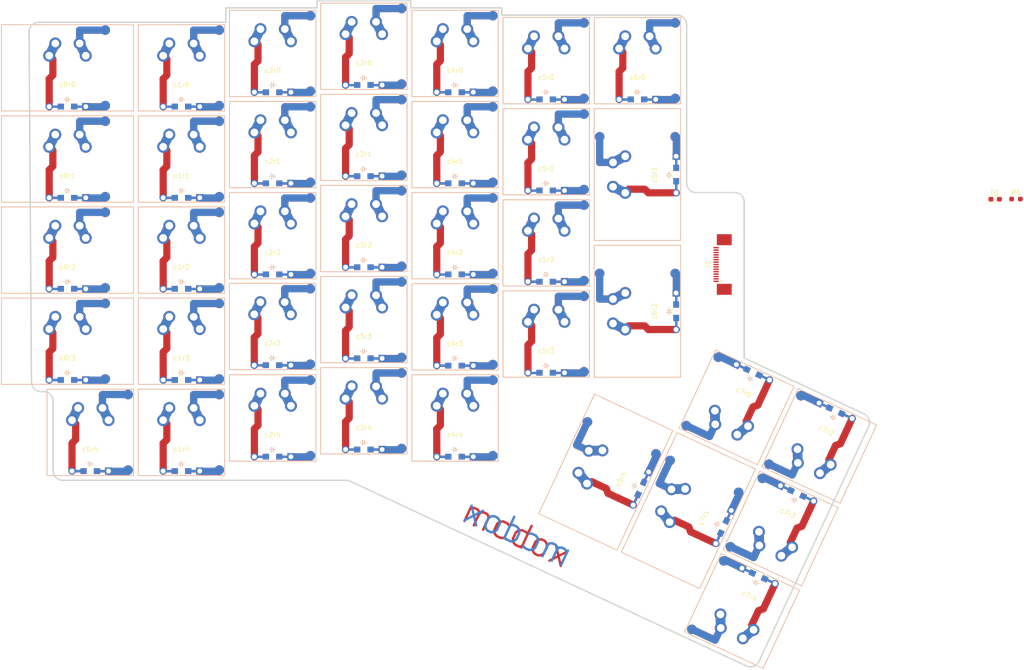
<source format=kicad_pcb>
(kicad_pcb (version 20171130) (host pcbnew 5.1.7-a382d34a8~87~ubuntu18.04.1)
  (layers (0 F.Cu signal) (31 B.Cu signal) (34 B.Paste user) (35 F.Paste user) (36 B.SilkS user hide) (37 F.SilkS user) (38 B.Mask user) (39 F.Mask user) (44 Edge.Cuts user))
  (net 0 "")
  (net 1 col0)
  (net 2 row0)
  (net 3 row1)
  (net 4 row2)
  (net 5 row3)
  (net 6 row4)
  (net 7 col1)
  (net 8 col2)
  (net 9 col3)
  (net 10 col4)
  (net 11 col5)
  (net 12 col6)
  (net 13 col7)
  (net 14 "Net-(D1-Pad2)")
  (net 15 GND)
  (net 16 +3V3)
  (module hand:reversibleMX_15u (layer F.Cu) (at 173.374365 131.321705 65)
    (fp_text reference c7r1 (at 0 3.5 65) (layer F.SilkS))
    (fp_text value switchDiode hide)
    (fp_line (start 2.54 -5.08) (end 3.81 -2.54) (layer F.Cu) (width 2))
    (fp_line (start 2.54 -5.08) (end 3.81 -2.54) (layer B.Cu) (width 2))
    (fp_line (start -2.54 -5.08) (end -3.81 -2.54) (layer B.Cu) (width 2))
    (fp_line (start -2.54 -5.08) (end -3.81 -2.54) (layer F.Cu) (width 2))
    (fp_line (start -3.8 8.1) (end -1.3 8.1) (layer B.Cu) (width 0.5))
    (fp_line (start -3.8 8.1) (end -1.3 8.1) (layer F.Cu) (width 0.5))
    (fp_line (start 3.8 8.1) (end 1.3 8.1) (layer B.Cu) (width 0.5))
    (fp_line (start 3.8 8.1) (end 1.3 8.1) (layer F.Cu) (width 0.5))
    (fp_line (start -3.8 8.1) (end -3.81 2.286) (layer F.Cu) (width 1.5))
    (fp_line (start -3.81 -2.54) (end -3.048 -1.778) (layer F.Cu) (width 1.5))
    (fp_line (start -3.048 -1.778) (end -3.048 1.524) (layer F.Cu) (width 1.5))
    (fp_line (start -3.175 1.651) (end -3.81 2.286) (layer F.Cu) (width 1.5))
    (fp_line (start 7.874 -7.874) (end 2.54 -7.874) (layer F.Cu) (width 1.5))
    (fp_line (start 2.54 -7.874) (end 2.54 -5.08) (layer F.Cu) (width 1.5))
    (fp_line (start 7.874 -7.874) (end 2.54 -7.874) (layer B.Cu) (width 1.5))
    (fp_line (start 2.54 -7.874) (end 2.54 -5.08) (layer B.Cu) (width 1.5))
    (fp_line (start 3.81 8.128) (end 7.874 8.128) (layer B.Cu) (width 1.5))
    (fp_line (start 3.81 8.128) (end 7.874 8.128) (layer F.Cu) (width 1.5))
    (pad 2 smd circle (at 7.874 7.874 65) (size 2 2) (layers F.Cu F.Paste F.Mask) (net 13 col7))
    (pad 1 smd circle (at 7.874 -7.874 65) (size 2 2) (layers B.Cu F.Paste F.Mask) (net 3 row1))
    (pad 1 smd circle (at 7.874 -7.874 65) (size 2 2) (layers F.Cu F.Paste F.Mask) (net 3 row1))
    (pad 2 smd circle (at 7.874 7.874 65) (size 2 2) (layers B.Cu F.Paste F.Mask) (net 13 col7))
    (pad 1 thru_hole circle (at 2.54 -5.08 65) (size 2.5 2.5) (drill 1.6) (layers *.Cu *.Mask) (net 3 row1))
    (pad "" thru_hole circle (at -2.54 -5.08 65) (size 2.5 2.5) (drill 1.6) (layers *.Cu *.Mask))
    (pad "" thru_hole circle (at -3.81 -2.54 65) (size 2.5 2.5) (drill 1.6) (layers *.Cu *.Mask))
    (pad 1 thru_hole circle (at 3.81 -2.54 65) (size 2.5 2.5) (drill 1.6) (layers *.Cu *.Mask) (net 3 row1))
    (pad "" smd rect (at -1.4 8.082 65) (size 1.3 1.2) (layers *.Cu *.Paste *.Mask))
    (pad "" smd rect (at 1.4 8.082 65) (size 1.3 1.2) (layers *.Cu *.Paste *.Mask))
    (pad "" thru_hole circle (at -3.81 8.082 65) (size 1.5 1.5) (drill 1) (layers *.Cu *.Mask))
    (pad 2 thru_hole rect (at 3.81 8.082 65) (size 1.5 1.5) (drill 1) (layers *.Cu *.Mask) (net 13 col7))
    (pad "" np_thru_hole circle (at -5.08 0 65) (size 1.75 1.75) (drill 1.75) (layers *.Cu))
    (pad "" np_thru_hole circle (at 5.08 0 65) (size 1.75 1.75) (drill 1.75) (layers *.Cu))
    (pad "" np_thru_hole circle (at 0 0 65) (size 4 4) (drill 4) (layers *.Cu))
  )
  (module hand:reversibleMX_15u (layer F.Cu) (at 162.75 89.75 90)
    (fp_text reference c6r2 (at 0 3.5 90) (layer F.SilkS))
    (fp_text value switchDiode hide)
    (fp_line (start 2.54 -5.08) (end 3.81 -2.54) (layer F.Cu) (width 2))
    (fp_line (start 2.54 -5.08) (end 3.81 -2.54) (layer B.Cu) (width 2))
    (fp_line (start -2.54 -5.08) (end -3.81 -2.54) (layer B.Cu) (width 2))
    (fp_line (start -2.54 -5.08) (end -3.81 -2.54) (layer F.Cu) (width 2))
    (fp_line (start -3.8 8.1) (end -1.3 8.1) (layer B.Cu) (width 0.5))
    (fp_line (start -3.8 8.1) (end -1.3 8.1) (layer F.Cu) (width 0.5))
    (fp_line (start 3.8 8.1) (end 1.3 8.1) (layer B.Cu) (width 0.5))
    (fp_line (start 3.8 8.1) (end 1.3 8.1) (layer F.Cu) (width 0.5))
    (fp_line (start -3.8 8.1) (end -3.81 2.286) (layer F.Cu) (width 1.5))
    (fp_line (start -3.81 -2.54) (end -3.048 -1.778) (layer F.Cu) (width 1.5))
    (fp_line (start -3.048 -1.778) (end -3.048 1.524) (layer F.Cu) (width 1.5))
    (fp_line (start -3.175 1.651) (end -3.81 2.286) (layer F.Cu) (width 1.5))
    (fp_line (start 7.874 -7.874) (end 2.54 -7.874) (layer F.Cu) (width 1.5))
    (fp_line (start 2.54 -7.874) (end 2.54 -5.08) (layer F.Cu) (width 1.5))
    (fp_line (start 7.874 -7.874) (end 2.54 -7.874) (layer B.Cu) (width 1.5))
    (fp_line (start 2.54 -7.874) (end 2.54 -5.08) (layer B.Cu) (width 1.5))
    (fp_line (start 3.81 8.128) (end 7.874 8.128) (layer B.Cu) (width 1.5))
    (fp_line (start 3.81 8.128) (end 7.874 8.128) (layer F.Cu) (width 1.5))
    (pad 2 smd circle (at 7.874 7.874 90) (size 2 2) (layers F.Cu F.Paste F.Mask) (net 12 col6))
    (pad 1 smd circle (at 7.874 -7.874 90) (size 2 2) (layers B.Cu F.Paste F.Mask) (net 4 row2))
    (pad 1 smd circle (at 7.874 -7.874 90) (size 2 2) (layers F.Cu F.Paste F.Mask) (net 4 row2))
    (pad 2 smd circle (at 7.874 7.874 90) (size 2 2) (layers B.Cu F.Paste F.Mask) (net 12 col6))
    (pad 1 thru_hole circle (at 2.54 -5.08 90) (size 2.5 2.5) (drill 1.6) (layers *.Cu *.Mask) (net 4 row2))
    (pad "" thru_hole circle (at -2.54 -5.08 90) (size 2.5 2.5) (drill 1.6) (layers *.Cu *.Mask))
    (pad "" thru_hole circle (at -3.81 -2.54 90) (size 2.5 2.5) (drill 1.6) (layers *.Cu *.Mask))
    (pad 1 thru_hole circle (at 3.81 -2.54 90) (size 2.5 2.5) (drill 1.6) (layers *.Cu *.Mask) (net 4 row2))
    (pad "" smd rect (at -1.4 8.082 90) (size 1.3 1.2) (layers *.Cu *.Paste *.Mask))
    (pad "" smd rect (at 1.4 8.082 90) (size 1.3 1.2) (layers *.Cu *.Paste *.Mask))
    (pad "" thru_hole circle (at -3.81 8.082 90) (size 1.5 1.5) (drill 1) (layers *.Cu *.Mask))
    (pad 2 thru_hole rect (at 3.81 8.082 90) (size 1.5 1.5) (drill 1) (layers *.Cu *.Mask) (net 12 col6))
    (pad "" np_thru_hole circle (at -5.08 0 90) (size 1.75 1.75) (drill 1.75) (layers *.Cu))
    (pad "" np_thru_hole circle (at 5.08 0 90) (size 1.75 1.75) (drill 1.75) (layers *.Cu))
    (pad "" np_thru_hole circle (at 0 0 90) (size 4 4) (drill 4) (layers *.Cu))
  )
  (module hand:reversibleMX_15u (layer F.Cu) (at 162.75 61.25 90)
    (fp_text reference c6r1 (at 0 3.5 90) (layer F.SilkS))
    (fp_text value switchDiode hide)
    (fp_line (start 2.54 -5.08) (end 3.81 -2.54) (layer F.Cu) (width 2))
    (fp_line (start 2.54 -5.08) (end 3.81 -2.54) (layer B.Cu) (width 2))
    (fp_line (start -2.54 -5.08) (end -3.81 -2.54) (layer B.Cu) (width 2))
    (fp_line (start -2.54 -5.08) (end -3.81 -2.54) (layer F.Cu) (width 2))
    (fp_line (start -3.8 8.1) (end -1.3 8.1) (layer B.Cu) (width 0.5))
    (fp_line (start -3.8 8.1) (end -1.3 8.1) (layer F.Cu) (width 0.5))
    (fp_line (start 3.8 8.1) (end 1.3 8.1) (layer B.Cu) (width 0.5))
    (fp_line (start 3.8 8.1) (end 1.3 8.1) (layer F.Cu) (width 0.5))
    (fp_line (start -3.8 8.1) (end -3.81 2.286) (layer F.Cu) (width 1.5))
    (fp_line (start -3.81 -2.54) (end -3.048 -1.778) (layer F.Cu) (width 1.5))
    (fp_line (start -3.048 -1.778) (end -3.048 1.524) (layer F.Cu) (width 1.5))
    (fp_line (start -3.175 1.651) (end -3.81 2.286) (layer F.Cu) (width 1.5))
    (fp_line (start 7.874 -7.874) (end 2.54 -7.874) (layer F.Cu) (width 1.5))
    (fp_line (start 2.54 -7.874) (end 2.54 -5.08) (layer F.Cu) (width 1.5))
    (fp_line (start 7.874 -7.874) (end 2.54 -7.874) (layer B.Cu) (width 1.5))
    (fp_line (start 2.54 -7.874) (end 2.54 -5.08) (layer B.Cu) (width 1.5))
    (fp_line (start 3.81 8.128) (end 7.874 8.128) (layer B.Cu) (width 1.5))
    (fp_line (start 3.81 8.128) (end 7.874 8.128) (layer F.Cu) (width 1.5))
    (pad 2 smd circle (at 7.874 7.874 90) (size 2 2) (layers F.Cu F.Paste F.Mask) (net 12 col6))
    (pad 1 smd circle (at 7.874 -7.874 90) (size 2 2) (layers B.Cu F.Paste F.Mask) (net 3 row1))
    (pad 1 smd circle (at 7.874 -7.874 90) (size 2 2) (layers F.Cu F.Paste F.Mask) (net 3 row1))
    (pad 2 smd circle (at 7.874 7.874 90) (size 2 2) (layers B.Cu F.Paste F.Mask) (net 12 col6))
    (pad 1 thru_hole circle (at 2.54 -5.08 90) (size 2.5 2.5) (drill 1.6) (layers *.Cu *.Mask) (net 3 row1))
    (pad "" thru_hole circle (at -2.54 -5.08 90) (size 2.5 2.5) (drill 1.6) (layers *.Cu *.Mask))
    (pad "" thru_hole circle (at -3.81 -2.54 90) (size 2.5 2.5) (drill 1.6) (layers *.Cu *.Mask))
    (pad 1 thru_hole circle (at 3.81 -2.54 90) (size 2.5 2.5) (drill 1.6) (layers *.Cu *.Mask) (net 3 row1))
    (pad "" smd rect (at -1.4 8.082 90) (size 1.3 1.2) (layers *.Cu *.Paste *.Mask))
    (pad "" smd rect (at 1.4 8.082 90) (size 1.3 1.2) (layers *.Cu *.Paste *.Mask))
    (pad "" thru_hole circle (at -3.81 8.082 90) (size 1.5 1.5) (drill 1) (layers *.Cu *.Mask))
    (pad 2 thru_hole rect (at 3.81 8.082 90) (size 1.5 1.5) (drill 1) (layers *.Cu *.Mask) (net 12 col6))
    (pad "" np_thru_hole circle (at -5.08 0 90) (size 1.75 1.75) (drill 1.75) (layers *.Cu))
    (pad "" np_thru_hole circle (at 5.08 0 90) (size 1.75 1.75) (drill 1.75) (layers *.Cu))
    (pad "" np_thru_hole circle (at 0 0 90) (size 4 4) (drill 4) (layers *.Cu))
  )
  (module hand:reversibleMX_15u (layer F.Cu) (at 156.154517 123.291958 65)
    (fp_text reference c5r4 (at 0 3.5 65) (layer F.SilkS))
    (fp_text value switchDiode hide)
    (fp_line (start 2.54 -5.08) (end 3.81 -2.54) (layer F.Cu) (width 2))
    (fp_line (start 2.54 -5.08) (end 3.81 -2.54) (layer B.Cu) (width 2))
    (fp_line (start -2.54 -5.08) (end -3.81 -2.54) (layer B.Cu) (width 2))
    (fp_line (start -2.54 -5.08) (end -3.81 -2.54) (layer F.Cu) (width 2))
    (fp_line (start -3.8 8.1) (end -1.3 8.1) (layer B.Cu) (width 0.5))
    (fp_line (start -3.8 8.1) (end -1.3 8.1) (layer F.Cu) (width 0.5))
    (fp_line (start 3.8 8.1) (end 1.3 8.1) (layer B.Cu) (width 0.5))
    (fp_line (start 3.8 8.1) (end 1.3 8.1) (layer F.Cu) (width 0.5))
    (fp_line (start -3.8 8.1) (end -3.81 2.286) (layer F.Cu) (width 1.5))
    (fp_line (start -3.81 -2.54) (end -3.048 -1.778) (layer F.Cu) (width 1.5))
    (fp_line (start -3.048 -1.778) (end -3.048 1.524) (layer F.Cu) (width 1.5))
    (fp_line (start -3.175 1.651) (end -3.81 2.286) (layer F.Cu) (width 1.5))
    (fp_line (start 7.874 -7.874) (end 2.54 -7.874) (layer F.Cu) (width 1.5))
    (fp_line (start 2.54 -7.874) (end 2.54 -5.08) (layer F.Cu) (width 1.5))
    (fp_line (start 7.874 -7.874) (end 2.54 -7.874) (layer B.Cu) (width 1.5))
    (fp_line (start 2.54 -7.874) (end 2.54 -5.08) (layer B.Cu) (width 1.5))
    (fp_line (start 3.81 8.128) (end 7.874 8.128) (layer B.Cu) (width 1.5))
    (fp_line (start 3.81 8.128) (end 7.874 8.128) (layer F.Cu) (width 1.5))
    (pad 2 smd circle (at 7.874 7.874 65) (size 2 2) (layers F.Cu F.Paste F.Mask) (net 11 col5))
    (pad 1 smd circle (at 7.874 -7.874 65) (size 2 2) (layers B.Cu F.Paste F.Mask) (net 6 row4))
    (pad 1 smd circle (at 7.874 -7.874 65) (size 2 2) (layers F.Cu F.Paste F.Mask) (net 6 row4))
    (pad 2 smd circle (at 7.874 7.874 65) (size 2 2) (layers B.Cu F.Paste F.Mask) (net 11 col5))
    (pad 1 thru_hole circle (at 2.54 -5.08 65) (size 2.5 2.5) (drill 1.6) (layers *.Cu *.Mask) (net 6 row4))
    (pad "" thru_hole circle (at -2.54 -5.08 65) (size 2.5 2.5) (drill 1.6) (layers *.Cu *.Mask))
    (pad "" thru_hole circle (at -3.81 -2.54 65) (size 2.5 2.5) (drill 1.6) (layers *.Cu *.Mask))
    (pad 1 thru_hole circle (at 3.81 -2.54 65) (size 2.5 2.5) (drill 1.6) (layers *.Cu *.Mask) (net 6 row4))
    (pad "" smd rect (at -1.4 8.082 65) (size 1.3 1.2) (layers *.Cu *.Paste *.Mask))
    (pad "" smd rect (at 1.4 8.082 65) (size 1.3 1.2) (layers *.Cu *.Paste *.Mask))
    (pad "" thru_hole circle (at -3.81 8.082 65) (size 1.5 1.5) (drill 1) (layers *.Cu *.Mask))
    (pad 2 thru_hole rect (at 3.81 8.082 65) (size 1.5 1.5) (drill 1) (layers *.Cu *.Mask) (net 11 col5))
    (pad "" np_thru_hole circle (at -5.08 0 65) (size 1.75 1.75) (drill 1.75) (layers *.Cu))
    (pad "" np_thru_hole circle (at 5.08 0 65) (size 1.75 1.75) (drill 1.75) (layers *.Cu))
    (pad "" np_thru_hole circle (at 0 0 65) (size 4 4) (drill 4) (layers *.Cu))
  )
  (module hand:reversibleMX_15u (layer F.Cu) (at 44 96)
    (fp_text reference c0r3 (at 0 3.5) (layer F.SilkS))
    (fp_text value switchDiode hide)
    (fp_line (start 2.54 -5.08) (end 3.81 -2.54) (layer F.Cu) (width 2))
    (fp_line (start 2.54 -5.08) (end 3.81 -2.54) (layer B.Cu) (width 2))
    (fp_line (start -2.54 -5.08) (end -3.81 -2.54) (layer B.Cu) (width 2))
    (fp_line (start -2.54 -5.08) (end -3.81 -2.54) (layer F.Cu) (width 2))
    (fp_line (start -3.8 8.1) (end -1.3 8.1) (layer B.Cu) (width 0.5))
    (fp_line (start -3.8 8.1) (end -1.3 8.1) (layer F.Cu) (width 0.5))
    (fp_line (start 3.8 8.1) (end 1.3 8.1) (layer B.Cu) (width 0.5))
    (fp_line (start 3.8 8.1) (end 1.3 8.1) (layer F.Cu) (width 0.5))
    (fp_line (start -3.8 8.1) (end -3.81 2.286) (layer F.Cu) (width 1.5))
    (fp_line (start -3.81 -2.54) (end -3.048 -1.778) (layer F.Cu) (width 1.5))
    (fp_line (start -3.048 -1.778) (end -3.048 1.524) (layer F.Cu) (width 1.5))
    (fp_line (start -3.175 1.651) (end -3.81 2.286) (layer F.Cu) (width 1.5))
    (fp_line (start 7.874 -7.874) (end 2.54 -7.874) (layer F.Cu) (width 1.5))
    (fp_line (start 2.54 -7.874) (end 2.54 -5.08) (layer F.Cu) (width 1.5))
    (fp_line (start 7.874 -7.874) (end 2.54 -7.874) (layer B.Cu) (width 1.5))
    (fp_line (start 2.54 -7.874) (end 2.54 -5.08) (layer B.Cu) (width 1.5))
    (fp_line (start 3.81 8.128) (end 7.874 8.128) (layer B.Cu) (width 1.5))
    (fp_line (start 3.81 8.128) (end 7.874 8.128) (layer F.Cu) (width 1.5))
    (pad 2 smd circle (at 7.874 7.874) (size 2 2) (layers F.Cu F.Paste F.Mask) (net 1 col0))
    (pad 1 smd circle (at 7.874 -7.874) (size 2 2) (layers B.Cu F.Paste F.Mask) (net 5 row3))
    (pad 1 smd circle (at 7.874 -7.874) (size 2 2) (layers F.Cu F.Paste F.Mask) (net 5 row3))
    (pad 2 smd circle (at 7.874 7.874) (size 2 2) (layers B.Cu F.Paste F.Mask) (net 1 col0))
    (pad 1 thru_hole circle (at 2.54 -5.08) (size 2.5 2.5) (drill 1.6) (layers *.Cu *.Mask) (net 5 row3))
    (pad "" thru_hole circle (at -2.54 -5.08) (size 2.5 2.5) (drill 1.6) (layers *.Cu *.Mask))
    (pad "" thru_hole circle (at -3.81 -2.54) (size 2.5 2.5) (drill 1.6) (layers *.Cu *.Mask))
    (pad 1 thru_hole circle (at 3.81 -2.54) (size 2.5 2.5) (drill 1.6) (layers *.Cu *.Mask) (net 5 row3))
    (pad "" smd rect (at -1.4 8.082) (size 1.3 1.2) (layers *.Cu *.Paste *.Mask))
    (pad "" smd rect (at 1.4 8.082) (size 1.3 1.2) (layers *.Cu *.Paste *.Mask))
    (pad "" thru_hole circle (at -3.81 8.082) (size 1.5 1.5) (drill 1) (layers *.Cu *.Mask))
    (pad 2 thru_hole rect (at 3.81 8.082) (size 1.5 1.5) (drill 1) (layers *.Cu *.Mask) (net 1 col0))
    (pad "" np_thru_hole circle (at -5.08 0) (size 1.75 1.75) (drill 1.75) (layers *.Cu))
    (pad "" np_thru_hole circle (at 5.08 0) (size 1.75 1.75) (drill 1.75) (layers *.Cu))
    (pad "" np_thru_hole circle (at 0 0) (size 4 4) (drill 4) (layers *.Cu))
  )
  (module hand:reversibleMX_15u (layer F.Cu) (at 44 77)
    (fp_text reference c0r2 (at 0 3.5) (layer F.SilkS))
    (fp_text value switchDiode hide)
    (fp_line (start 2.54 -5.08) (end 3.81 -2.54) (layer F.Cu) (width 2))
    (fp_line (start 2.54 -5.08) (end 3.81 -2.54) (layer B.Cu) (width 2))
    (fp_line (start -2.54 -5.08) (end -3.81 -2.54) (layer B.Cu) (width 2))
    (fp_line (start -2.54 -5.08) (end -3.81 -2.54) (layer F.Cu) (width 2))
    (fp_line (start -3.8 8.1) (end -1.3 8.1) (layer B.Cu) (width 0.5))
    (fp_line (start -3.8 8.1) (end -1.3 8.1) (layer F.Cu) (width 0.5))
    (fp_line (start 3.8 8.1) (end 1.3 8.1) (layer B.Cu) (width 0.5))
    (fp_line (start 3.8 8.1) (end 1.3 8.1) (layer F.Cu) (width 0.5))
    (fp_line (start -3.8 8.1) (end -3.81 2.286) (layer F.Cu) (width 1.5))
    (fp_line (start -3.81 -2.54) (end -3.048 -1.778) (layer F.Cu) (width 1.5))
    (fp_line (start -3.048 -1.778) (end -3.048 1.524) (layer F.Cu) (width 1.5))
    (fp_line (start -3.175 1.651) (end -3.81 2.286) (layer F.Cu) (width 1.5))
    (fp_line (start 7.874 -7.874) (end 2.54 -7.874) (layer F.Cu) (width 1.5))
    (fp_line (start 2.54 -7.874) (end 2.54 -5.08) (layer F.Cu) (width 1.5))
    (fp_line (start 7.874 -7.874) (end 2.54 -7.874) (layer B.Cu) (width 1.5))
    (fp_line (start 2.54 -7.874) (end 2.54 -5.08) (layer B.Cu) (width 1.5))
    (fp_line (start 3.81 8.128) (end 7.874 8.128) (layer B.Cu) (width 1.5))
    (fp_line (start 3.81 8.128) (end 7.874 8.128) (layer F.Cu) (width 1.5))
    (pad 2 smd circle (at 7.874 7.874) (size 2 2) (layers F.Cu F.Paste F.Mask) (net 1 col0))
    (pad 1 smd circle (at 7.874 -7.874) (size 2 2) (layers B.Cu F.Paste F.Mask) (net 4 row2))
    (pad 1 smd circle (at 7.874 -7.874) (size 2 2) (layers F.Cu F.Paste F.Mask) (net 4 row2))
    (pad 2 smd circle (at 7.874 7.874) (size 2 2) (layers B.Cu F.Paste F.Mask) (net 1 col0))
    (pad 1 thru_hole circle (at 2.54 -5.08) (size 2.5 2.5) (drill 1.6) (layers *.Cu *.Mask) (net 4 row2))
    (pad "" thru_hole circle (at -2.54 -5.08) (size 2.5 2.5) (drill 1.6) (layers *.Cu *.Mask))
    (pad "" thru_hole circle (at -3.81 -2.54) (size 2.5 2.5) (drill 1.6) (layers *.Cu *.Mask))
    (pad 1 thru_hole circle (at 3.81 -2.54) (size 2.5 2.5) (drill 1.6) (layers *.Cu *.Mask) (net 4 row2))
    (pad "" smd rect (at -1.4 8.082) (size 1.3 1.2) (layers *.Cu *.Paste *.Mask))
    (pad "" smd rect (at 1.4 8.082) (size 1.3 1.2) (layers *.Cu *.Paste *.Mask))
    (pad "" thru_hole circle (at -3.81 8.082) (size 1.5 1.5) (drill 1) (layers *.Cu *.Mask))
    (pad 2 thru_hole rect (at 3.81 8.082) (size 1.5 1.5) (drill 1) (layers *.Cu *.Mask) (net 1 col0))
    (pad "" np_thru_hole circle (at -5.08 0) (size 1.75 1.75) (drill 1.75) (layers *.Cu))
    (pad "" np_thru_hole circle (at 5.08 0) (size 1.75 1.75) (drill 1.75) (layers *.Cu))
    (pad "" np_thru_hole circle (at 0 0) (size 4 4) (drill 4) (layers *.Cu))
  )
  (module hand:reversibleMX_15u (layer F.Cu) (at 44 58)
    (fp_text reference c0r1 (at 0 3.5) (layer F.SilkS))
    (fp_text value switchDiode hide)
    (fp_line (start 2.54 -5.08) (end 3.81 -2.54) (layer F.Cu) (width 2))
    (fp_line (start 2.54 -5.08) (end 3.81 -2.54) (layer B.Cu) (width 2))
    (fp_line (start -2.54 -5.08) (end -3.81 -2.54) (layer B.Cu) (width 2))
    (fp_line (start -2.54 -5.08) (end -3.81 -2.54) (layer F.Cu) (width 2))
    (fp_line (start -3.8 8.1) (end -1.3 8.1) (layer B.Cu) (width 0.5))
    (fp_line (start -3.8 8.1) (end -1.3 8.1) (layer F.Cu) (width 0.5))
    (fp_line (start 3.8 8.1) (end 1.3 8.1) (layer B.Cu) (width 0.5))
    (fp_line (start 3.8 8.1) (end 1.3 8.1) (layer F.Cu) (width 0.5))
    (fp_line (start -3.8 8.1) (end -3.81 2.286) (layer F.Cu) (width 1.5))
    (fp_line (start -3.81 -2.54) (end -3.048 -1.778) (layer F.Cu) (width 1.5))
    (fp_line (start -3.048 -1.778) (end -3.048 1.524) (layer F.Cu) (width 1.5))
    (fp_line (start -3.175 1.651) (end -3.81 2.286) (layer F.Cu) (width 1.5))
    (fp_line (start 7.874 -7.874) (end 2.54 -7.874) (layer F.Cu) (width 1.5))
    (fp_line (start 2.54 -7.874) (end 2.54 -5.08) (layer F.Cu) (width 1.5))
    (fp_line (start 7.874 -7.874) (end 2.54 -7.874) (layer B.Cu) (width 1.5))
    (fp_line (start 2.54 -7.874) (end 2.54 -5.08) (layer B.Cu) (width 1.5))
    (fp_line (start 3.81 8.128) (end 7.874 8.128) (layer B.Cu) (width 1.5))
    (fp_line (start 3.81 8.128) (end 7.874 8.128) (layer F.Cu) (width 1.5))
    (pad 2 smd circle (at 7.874 7.874) (size 2 2) (layers F.Cu F.Paste F.Mask) (net 1 col0))
    (pad 1 smd circle (at 7.874 -7.874) (size 2 2) (layers B.Cu F.Paste F.Mask) (net 3 row1))
    (pad 1 smd circle (at 7.874 -7.874) (size 2 2) (layers F.Cu F.Paste F.Mask) (net 3 row1))
    (pad 2 smd circle (at 7.874 7.874) (size 2 2) (layers B.Cu F.Paste F.Mask) (net 1 col0))
    (pad 1 thru_hole circle (at 2.54 -5.08) (size 2.5 2.5) (drill 1.6) (layers *.Cu *.Mask) (net 3 row1))
    (pad "" thru_hole circle (at -2.54 -5.08) (size 2.5 2.5) (drill 1.6) (layers *.Cu *.Mask))
    (pad "" thru_hole circle (at -3.81 -2.54) (size 2.5 2.5) (drill 1.6) (layers *.Cu *.Mask))
    (pad 1 thru_hole circle (at 3.81 -2.54) (size 2.5 2.5) (drill 1.6) (layers *.Cu *.Mask) (net 3 row1))
    (pad "" smd rect (at -1.4 8.082) (size 1.3 1.2) (layers *.Cu *.Paste *.Mask))
    (pad "" smd rect (at 1.4 8.082) (size 1.3 1.2) (layers *.Cu *.Paste *.Mask))
    (pad "" thru_hole circle (at -3.81 8.082) (size 1.5 1.5) (drill 1) (layers *.Cu *.Mask))
    (pad 2 thru_hole rect (at 3.81 8.082) (size 1.5 1.5) (drill 1) (layers *.Cu *.Mask) (net 1 col0))
    (pad "" np_thru_hole circle (at -5.08 0) (size 1.75 1.75) (drill 1.75) (layers *.Cu))
    (pad "" np_thru_hole circle (at 5.08 0) (size 1.75 1.75) (drill 1.75) (layers *.Cu))
    (pad "" np_thru_hole circle (at 0 0) (size 4 4) (drill 4) (layers *.Cu))
  )
  (module hand:reversibleMX_15u (layer F.Cu) (at 44 39)
    (fp_text reference c0r0 (at 0 3.5) (layer F.SilkS))
    (fp_text value switchDiode hide)
    (fp_line (start 2.54 -5.08) (end 3.81 -2.54) (layer F.Cu) (width 2))
    (fp_line (start 2.54 -5.08) (end 3.81 -2.54) (layer B.Cu) (width 2))
    (fp_line (start -2.54 -5.08) (end -3.81 -2.54) (layer B.Cu) (width 2))
    (fp_line (start -2.54 -5.08) (end -3.81 -2.54) (layer F.Cu) (width 2))
    (fp_line (start -3.8 8.1) (end -1.3 8.1) (layer B.Cu) (width 0.5))
    (fp_line (start -3.8 8.1) (end -1.3 8.1) (layer F.Cu) (width 0.5))
    (fp_line (start 3.8 8.1) (end 1.3 8.1) (layer B.Cu) (width 0.5))
    (fp_line (start 3.8 8.1) (end 1.3 8.1) (layer F.Cu) (width 0.5))
    (fp_line (start -3.8 8.1) (end -3.81 2.286) (layer F.Cu) (width 1.5))
    (fp_line (start -3.81 -2.54) (end -3.048 -1.778) (layer F.Cu) (width 1.5))
    (fp_line (start -3.048 -1.778) (end -3.048 1.524) (layer F.Cu) (width 1.5))
    (fp_line (start -3.175 1.651) (end -3.81 2.286) (layer F.Cu) (width 1.5))
    (fp_line (start 7.874 -7.874) (end 2.54 -7.874) (layer F.Cu) (width 1.5))
    (fp_line (start 2.54 -7.874) (end 2.54 -5.08) (layer F.Cu) (width 1.5))
    (fp_line (start 7.874 -7.874) (end 2.54 -7.874) (layer B.Cu) (width 1.5))
    (fp_line (start 2.54 -7.874) (end 2.54 -5.08) (layer B.Cu) (width 1.5))
    (fp_line (start 3.81 8.128) (end 7.874 8.128) (layer B.Cu) (width 1.5))
    (fp_line (start 3.81 8.128) (end 7.874 8.128) (layer F.Cu) (width 1.5))
    (pad 2 smd circle (at 7.874 7.874) (size 2 2) (layers F.Cu F.Paste F.Mask) (net 1 col0))
    (pad 1 smd circle (at 7.874 -7.874) (size 2 2) (layers B.Cu F.Paste F.Mask) (net 2 row0))
    (pad 1 smd circle (at 7.874 -7.874) (size 2 2) (layers F.Cu F.Paste F.Mask) (net 2 row0))
    (pad 2 smd circle (at 7.874 7.874) (size 2 2) (layers B.Cu F.Paste F.Mask) (net 1 col0))
    (pad 1 thru_hole circle (at 2.54 -5.08) (size 2.5 2.5) (drill 1.6) (layers *.Cu *.Mask) (net 2 row0))
    (pad "" thru_hole circle (at -2.54 -5.08) (size 2.5 2.5) (drill 1.6) (layers *.Cu *.Mask))
    (pad "" thru_hole circle (at -3.81 -2.54) (size 2.5 2.5) (drill 1.6) (layers *.Cu *.Mask))
    (pad 1 thru_hole circle (at 3.81 -2.54) (size 2.5 2.5) (drill 1.6) (layers *.Cu *.Mask) (net 2 row0))
    (pad "" smd rect (at -1.4 8.082) (size 1.3 1.2) (layers *.Cu *.Paste *.Mask))
    (pad "" smd rect (at 1.4 8.082) (size 1.3 1.2) (layers *.Cu *.Paste *.Mask))
    (pad "" thru_hole circle (at -3.81 8.082) (size 1.5 1.5) (drill 1) (layers *.Cu *.Mask))
    (pad 2 thru_hole rect (at 3.81 8.082) (size 1.5 1.5) (drill 1) (layers *.Cu *.Mask) (net 1 col0))
    (pad "" np_thru_hole circle (at -5.08 0) (size 1.75 1.75) (drill 1.75) (layers *.Cu))
    (pad "" np_thru_hole circle (at 5.08 0) (size 1.75 1.75) (drill 1.75) (layers *.Cu))
    (pad "" np_thru_hole circle (at 0 0) (size 4 4) (drill 4) (layers *.Cu))
  )
  (module hand:reversibleMX_10u (layer F.Cu) (at 162.75 37.5)
    (fp_text reference c6r0 (at 0 3.5) (layer F.SilkS))
    (fp_text value switchDiode hide)
    (fp_line (start 2.54 -5.08) (end 3.81 -2.54) (layer F.Cu) (width 2))
    (fp_line (start 2.54 -5.08) (end 3.81 -2.54) (layer B.Cu) (width 2))
    (fp_line (start -2.54 -5.08) (end -3.81 -2.54) (layer B.Cu) (width 2))
    (fp_line (start -2.54 -5.08) (end -3.81 -2.54) (layer F.Cu) (width 2))
    (fp_line (start -3.8 8.1) (end -1.3 8.1) (layer B.Cu) (width 0.5))
    (fp_line (start -3.8 8.1) (end -1.3 8.1) (layer F.Cu) (width 0.5))
    (fp_line (start 3.8 8.1) (end 1.3 8.1) (layer B.Cu) (width 0.5))
    (fp_line (start 3.8 8.1) (end 1.3 8.1) (layer F.Cu) (width 0.5))
    (fp_line (start -3.8 8.1) (end -3.81 2.286) (layer F.Cu) (width 1.5))
    (fp_line (start -3.81 -2.54) (end -3.048 -1.778) (layer F.Cu) (width 1.5))
    (fp_line (start -3.048 -1.778) (end -3.048 1.524) (layer F.Cu) (width 1.5))
    (fp_line (start -3.175 1.651) (end -3.81 2.286) (layer F.Cu) (width 1.5))
    (fp_line (start 7.874 -7.874) (end 2.54 -7.874) (layer F.Cu) (width 1.5))
    (fp_line (start 2.54 -7.874) (end 2.54 -5.08) (layer F.Cu) (width 1.5))
    (fp_line (start 7.874 -7.874) (end 2.54 -7.874) (layer B.Cu) (width 1.5))
    (fp_line (start 2.54 -7.874) (end 2.54 -5.08) (layer B.Cu) (width 1.5))
    (fp_line (start 3.81 8.128) (end 7.874 8.128) (layer B.Cu) (width 1.5))
    (fp_line (start 3.81 8.128) (end 7.874 8.128) (layer F.Cu) (width 1.5))
    (pad 2 smd circle (at 7.874 7.874) (size 2 2) (layers F.Cu F.Paste F.Mask) (net 12 col6))
    (pad 1 smd circle (at 7.874 -7.874) (size 2 2) (layers B.Cu F.Paste F.Mask) (net 2 row0))
    (pad 1 smd circle (at 7.874 -7.874) (size 2 2) (layers F.Cu F.Paste F.Mask) (net 2 row0))
    (pad 2 smd circle (at 7.874 7.874) (size 2 2) (layers B.Cu F.Paste F.Mask) (net 12 col6))
    (pad 1 thru_hole circle (at 2.54 -5.08) (size 2.5 2.5) (drill 1.6) (layers *.Cu *.Mask) (net 2 row0))
    (pad "" thru_hole circle (at -2.54 -5.08) (size 2.5 2.5) (drill 1.6) (layers *.Cu *.Mask))
    (pad "" thru_hole circle (at -3.81 -2.54) (size 2.5 2.5) (drill 1.6) (layers *.Cu *.Mask))
    (pad 1 thru_hole circle (at 3.81 -2.54) (size 2.5 2.5) (drill 1.6) (layers *.Cu *.Mask) (net 2 row0))
    (pad "" smd rect (at -1.4 8.082) (size 1.3 1.2) (layers *.Cu *.Paste *.Mask))
    (pad "" smd rect (at 1.4 8.082) (size 1.3 1.2) (layers *.Cu *.Paste *.Mask))
    (pad "" thru_hole circle (at -3.81 8.082) (size 1.5 1.5) (drill 1) (layers *.Cu *.Mask))
    (pad 2 thru_hole rect (at 3.81 8.082) (size 1.5 1.5) (drill 1) (layers *.Cu *.Mask) (net 12 col6))
    (pad "" np_thru_hole circle (at -5.08 0) (size 1.75 1.75) (drill 1.75) (layers *.Cu))
    (pad "" np_thru_hole circle (at 5.08 0) (size 1.75 1.75) (drill 1.75) (layers *.Cu))
    (pad "" np_thru_hole circle (at 0 0) (size 4 4) (drill 4) (layers *.Cu))
  )
  (module Resistor_SMD:R_0603_1608Metric_Pad0.98x0.95mm_HandSolder (layer F.Cu) (at 241.631 66.353)
    (fp_text reference R1 (at 0 -1.43) (layer F.SilkS))
    (fp_text value 100)
    (pad 2 smd roundrect (at 0.9125 0) (size 0.975 0.95) (layers F.Cu F.Paste F.Mask) (net 14 "Net-(D1-Pad2)"))
    (pad 1 smd roundrect (at -0.9125 0) (size 0.975 0.95) (layers F.Cu F.Paste F.Mask) (net 16 +3V3))
  )
  (module Connector_FFC-FPC:TE_1-1734839-5_1x15-1MP_P0.5mm_Horizontal (layer F.Cu) (at 180.5 80 90)
    (fp_text reference J1 (at 0 -3.1 90) (layer F.SilkS))
    (fp_text value Conn_01x15)
    (pad MP smd rect (at 5.17 0.35 90) (size 2.3 3.1) (layers F.Cu F.Paste F.Mask))
    (pad MP smd rect (at -5.17 0.35 90) (size 2.3 3.1) (layers F.Cu F.Paste F.Mask))
    (pad 15 smd rect (at 3.5 -1.35 90) (size 0.3 1.1) (layers F.Cu F.Paste F.Mask) (net 15 GND))
    (pad 14 smd rect (at 3 -1.35 90) (size 0.3 1.1) (layers F.Cu F.Paste F.Mask) (net 16 +3V3))
    (pad 13 smd rect (at 2.5 -1.35 90) (size 0.3 1.1) (layers F.Cu F.Paste F.Mask) (net 13 col7))
    (pad 12 smd rect (at 2 -1.35 90) (size 0.3 1.1) (layers F.Cu F.Paste F.Mask) (net 12 col6))
    (pad 11 smd rect (at 1.5 -1.35 90) (size 0.3 1.1) (layers F.Cu F.Paste F.Mask) (net 11 col5))
    (pad 10 smd rect (at 1 -1.35 90) (size 0.3 1.1) (layers F.Cu F.Paste F.Mask) (net 10 col4))
    (pad 9 smd rect (at 0.5 -1.35 90) (size 0.3 1.1) (layers F.Cu F.Paste F.Mask) (net 9 col3))
    (pad 8 smd rect (at 0 -1.35 90) (size 0.3 1.1) (layers F.Cu F.Paste F.Mask) (net 8 col2))
    (pad 7 smd rect (at -0.5 -1.35 90) (size 0.3 1.1) (layers F.Cu F.Paste F.Mask) (net 7 col1))
    (pad 6 smd rect (at -1 -1.35 90) (size 0.3 1.1) (layers F.Cu F.Paste F.Mask) (net 1 col0))
    (pad 5 smd rect (at -1.5 -1.35 90) (size 0.3 1.1) (layers F.Cu F.Paste F.Mask) (net 6 row4))
    (pad 4 smd rect (at -2 -1.35 90) (size 0.3 1.1) (layers F.Cu F.Paste F.Mask) (net 5 row3))
    (pad 3 smd rect (at -2.5 -1.35 90) (size 0.3 1.1) (layers F.Cu F.Paste F.Mask) (net 4 row2))
    (pad 2 smd rect (at -3 -1.35 90) (size 0.3 1.1) (layers F.Cu F.Paste F.Mask) (net 3 row1))
    (pad 1 smd rect (at -3.5 -1.35 90) (size 0.3 1.1) (layers F.Cu F.Paste F.Mask) (net 2 row0))
  )
  (module Diode_SMD:D_0603_1608Metric_Pad1.05x0.95mm_HandSolder (layer F.Cu) (at 237.286 66.393)
    (fp_text reference D1 (at 0 -1.43) (layer F.SilkS))
    (fp_text value LED)
    (pad 2 smd roundrect (at 0.875 0) (size 1.05 0.95) (layers F.Cu F.Paste F.Mask) (net 14 "Net-(D1-Pad2)"))
    (pad 1 smd roundrect (at -0.875 0) (size 1.05 0.95) (layers F.Cu F.Paste F.Mask) (net 15 GND))
  )
  (module hand:reversibleMX_10u (layer F.Cu) (at 184.571904 152.266338 155)
    (fp_text reference c7r4 (at 0 3.5 155) (layer F.SilkS))
    (fp_text value switchDiode hide)
    (fp_line (start 2.54 -5.08) (end 3.81 -2.54) (layer F.Cu) (width 2))
    (fp_line (start 2.54 -5.08) (end 3.81 -2.54) (layer B.Cu) (width 2))
    (fp_line (start -2.54 -5.08) (end -3.81 -2.54) (layer B.Cu) (width 2))
    (fp_line (start -2.54 -5.08) (end -3.81 -2.54) (layer F.Cu) (width 2))
    (fp_line (start -3.8 8.1) (end -1.3 8.1) (layer B.Cu) (width 0.5))
    (fp_line (start -3.8 8.1) (end -1.3 8.1) (layer F.Cu) (width 0.5))
    (fp_line (start 3.8 8.1) (end 1.3 8.1) (layer B.Cu) (width 0.5))
    (fp_line (start 3.8 8.1) (end 1.3 8.1) (layer F.Cu) (width 0.5))
    (fp_line (start -3.8 8.1) (end -3.81 2.286) (layer F.Cu) (width 1.5))
    (fp_line (start -3.81 -2.54) (end -3.048 -1.778) (layer F.Cu) (width 1.5))
    (fp_line (start -3.048 -1.778) (end -3.048 1.524) (layer F.Cu) (width 1.5))
    (fp_line (start -3.175 1.651) (end -3.81 2.286) (layer F.Cu) (width 1.5))
    (fp_line (start 7.874 -7.874) (end 2.54 -7.874) (layer F.Cu) (width 1.5))
    (fp_line (start 2.54 -7.874) (end 2.54 -5.08) (layer F.Cu) (width 1.5))
    (fp_line (start 7.874 -7.874) (end 2.54 -7.874) (layer B.Cu) (width 1.5))
    (fp_line (start 2.54 -7.874) (end 2.54 -5.08) (layer B.Cu) (width 1.5))
    (fp_line (start 3.81 8.128) (end 7.874 8.128) (layer B.Cu) (width 1.5))
    (fp_line (start 3.81 8.128) (end 7.874 8.128) (layer F.Cu) (width 1.5))
    (pad 2 smd circle (at 7.874 7.874 155) (size 2 2) (layers F.Cu F.Paste F.Mask) (net 13 col7))
    (pad 1 smd circle (at 7.874 -7.874 155) (size 2 2) (layers B.Cu F.Paste F.Mask) (net 6 row4))
    (pad 1 smd circle (at 7.874 -7.874 155) (size 2 2) (layers F.Cu F.Paste F.Mask) (net 6 row4))
    (pad 2 smd circle (at 7.874 7.874 155) (size 2 2) (layers B.Cu F.Paste F.Mask) (net 13 col7))
    (pad 1 thru_hole circle (at 2.54 -5.08 155) (size 2.5 2.5) (drill 1.6) (layers *.Cu *.Mask) (net 6 row4))
    (pad "" thru_hole circle (at -2.54 -5.08 155) (size 2.5 2.5) (drill 1.6) (layers *.Cu *.Mask))
    (pad "" thru_hole circle (at -3.81 -2.54 155) (size 2.5 2.5) (drill 1.6) (layers *.Cu *.Mask))
    (pad 1 thru_hole circle (at 3.81 -2.54 155) (size 2.5 2.5) (drill 1.6) (layers *.Cu *.Mask) (net 6 row4))
    (pad "" smd rect (at -1.4 8.082 155) (size 1.3 1.2) (layers *.Cu *.Paste *.Mask))
    (pad "" smd rect (at 1.4 8.082 155) (size 1.3 1.2) (layers *.Cu *.Paste *.Mask))
    (pad "" thru_hole circle (at -3.81 8.082 155) (size 1.5 1.5) (drill 1) (layers *.Cu *.Mask))
    (pad 2 thru_hole rect (at 3.81 8.082 155) (size 1.5 1.5) (drill 1) (layers *.Cu *.Mask) (net 13 col7))
    (pad "" np_thru_hole circle (at -5.08 0 155) (size 1.75 1.75) (drill 1.75) (layers *.Cu))
    (pad "" np_thru_hole circle (at 5.08 0 155) (size 1.75 1.75) (drill 1.75) (layers *.Cu))
    (pad "" np_thru_hole circle (at 0 0 155) (size 4 4) (drill 4) (layers *.Cu))
  )
  (module hand:reversibleMX_10u (layer F.Cu) (at 192.601651 135.04649 155)
    (fp_text reference c7r3 (at 0 3.5 155) (layer F.SilkS))
    (fp_text value switchDiode hide)
    (fp_line (start 2.54 -5.08) (end 3.81 -2.54) (layer F.Cu) (width 2))
    (fp_line (start 2.54 -5.08) (end 3.81 -2.54) (layer B.Cu) (width 2))
    (fp_line (start -2.54 -5.08) (end -3.81 -2.54) (layer B.Cu) (width 2))
    (fp_line (start -2.54 -5.08) (end -3.81 -2.54) (layer F.Cu) (width 2))
    (fp_line (start -3.8 8.1) (end -1.3 8.1) (layer B.Cu) (width 0.5))
    (fp_line (start -3.8 8.1) (end -1.3 8.1) (layer F.Cu) (width 0.5))
    (fp_line (start 3.8 8.1) (end 1.3 8.1) (layer B.Cu) (width 0.5))
    (fp_line (start 3.8 8.1) (end 1.3 8.1) (layer F.Cu) (width 0.5))
    (fp_line (start -3.8 8.1) (end -3.81 2.286) (layer F.Cu) (width 1.5))
    (fp_line (start -3.81 -2.54) (end -3.048 -1.778) (layer F.Cu) (width 1.5))
    (fp_line (start -3.048 -1.778) (end -3.048 1.524) (layer F.Cu) (width 1.5))
    (fp_line (start -3.175 1.651) (end -3.81 2.286) (layer F.Cu) (width 1.5))
    (fp_line (start 7.874 -7.874) (end 2.54 -7.874) (layer F.Cu) (width 1.5))
    (fp_line (start 2.54 -7.874) (end 2.54 -5.08) (layer F.Cu) (width 1.5))
    (fp_line (start 7.874 -7.874) (end 2.54 -7.874) (layer B.Cu) (width 1.5))
    (fp_line (start 2.54 -7.874) (end 2.54 -5.08) (layer B.Cu) (width 1.5))
    (fp_line (start 3.81 8.128) (end 7.874 8.128) (layer B.Cu) (width 1.5))
    (fp_line (start 3.81 8.128) (end 7.874 8.128) (layer F.Cu) (width 1.5))
    (pad 2 smd circle (at 7.874 7.874 155) (size 2 2) (layers F.Cu F.Paste F.Mask) (net 13 col7))
    (pad 1 smd circle (at 7.874 -7.874 155) (size 2 2) (layers B.Cu F.Paste F.Mask) (net 5 row3))
    (pad 1 smd circle (at 7.874 -7.874 155) (size 2 2) (layers F.Cu F.Paste F.Mask) (net 5 row3))
    (pad 2 smd circle (at 7.874 7.874 155) (size 2 2) (layers B.Cu F.Paste F.Mask) (net 13 col7))
    (pad 1 thru_hole circle (at 2.54 -5.08 155) (size 2.5 2.5) (drill 1.6) (layers *.Cu *.Mask) (net 5 row3))
    (pad "" thru_hole circle (at -2.54 -5.08 155) (size 2.5 2.5) (drill 1.6) (layers *.Cu *.Mask))
    (pad "" thru_hole circle (at -3.81 -2.54 155) (size 2.5 2.5) (drill 1.6) (layers *.Cu *.Mask))
    (pad 1 thru_hole circle (at 3.81 -2.54 155) (size 2.5 2.5) (drill 1.6) (layers *.Cu *.Mask) (net 5 row3))
    (pad "" smd rect (at -1.4 8.082 155) (size 1.3 1.2) (layers *.Cu *.Paste *.Mask))
    (pad "" smd rect (at 1.4 8.082 155) (size 1.3 1.2) (layers *.Cu *.Paste *.Mask))
    (pad "" thru_hole circle (at -3.81 8.082 155) (size 1.5 1.5) (drill 1) (layers *.Cu *.Mask))
    (pad 2 thru_hole rect (at 3.81 8.082 155) (size 1.5 1.5) (drill 1) (layers *.Cu *.Mask) (net 13 col7))
    (pad "" np_thru_hole circle (at -5.08 0 155) (size 1.75 1.75) (drill 1.75) (layers *.Cu))
    (pad "" np_thru_hole circle (at 5.08 0 155) (size 1.75 1.75) (drill 1.75) (layers *.Cu))
    (pad "" np_thru_hole circle (at 0 0 155) (size 4 4) (drill 4) (layers *.Cu))
  )
  (module hand:reversibleMX_10u (layer F.Cu) (at 200.631398 117.826642 155)
    (fp_text reference c7r2 (at 0 3.5 155) (layer F.SilkS))
    (fp_text value switchDiode hide)
    (fp_line (start 2.54 -5.08) (end 3.81 -2.54) (layer F.Cu) (width 2))
    (fp_line (start 2.54 -5.08) (end 3.81 -2.54) (layer B.Cu) (width 2))
    (fp_line (start -2.54 -5.08) (end -3.81 -2.54) (layer B.Cu) (width 2))
    (fp_line (start -2.54 -5.08) (end -3.81 -2.54) (layer F.Cu) (width 2))
    (fp_line (start -3.8 8.1) (end -1.3 8.1) (layer B.Cu) (width 0.5))
    (fp_line (start -3.8 8.1) (end -1.3 8.1) (layer F.Cu) (width 0.5))
    (fp_line (start 3.8 8.1) (end 1.3 8.1) (layer B.Cu) (width 0.5))
    (fp_line (start 3.8 8.1) (end 1.3 8.1) (layer F.Cu) (width 0.5))
    (fp_line (start -3.8 8.1) (end -3.81 2.286) (layer F.Cu) (width 1.5))
    (fp_line (start -3.81 -2.54) (end -3.048 -1.778) (layer F.Cu) (width 1.5))
    (fp_line (start -3.048 -1.778) (end -3.048 1.524) (layer F.Cu) (width 1.5))
    (fp_line (start -3.175 1.651) (end -3.81 2.286) (layer F.Cu) (width 1.5))
    (fp_line (start 7.874 -7.874) (end 2.54 -7.874) (layer F.Cu) (width 1.5))
    (fp_line (start 2.54 -7.874) (end 2.54 -5.08) (layer F.Cu) (width 1.5))
    (fp_line (start 7.874 -7.874) (end 2.54 -7.874) (layer B.Cu) (width 1.5))
    (fp_line (start 2.54 -7.874) (end 2.54 -5.08) (layer B.Cu) (width 1.5))
    (fp_line (start 3.81 8.128) (end 7.874 8.128) (layer B.Cu) (width 1.5))
    (fp_line (start 3.81 8.128) (end 7.874 8.128) (layer F.Cu) (width 1.5))
    (pad 2 smd circle (at 7.874 7.874 155) (size 2 2) (layers F.Cu F.Paste F.Mask) (net 13 col7))
    (pad 1 smd circle (at 7.874 -7.874 155) (size 2 2) (layers B.Cu F.Paste F.Mask) (net 4 row2))
    (pad 1 smd circle (at 7.874 -7.874 155) (size 2 2) (layers F.Cu F.Paste F.Mask) (net 4 row2))
    (pad 2 smd circle (at 7.874 7.874 155) (size 2 2) (layers B.Cu F.Paste F.Mask) (net 13 col7))
    (pad 1 thru_hole circle (at 2.54 -5.08 155) (size 2.5 2.5) (drill 1.6) (layers *.Cu *.Mask) (net 4 row2))
    (pad "" thru_hole circle (at -2.54 -5.08 155) (size 2.5 2.5) (drill 1.6) (layers *.Cu *.Mask))
    (pad "" thru_hole circle (at -3.81 -2.54 155) (size 2.5 2.5) (drill 1.6) (layers *.Cu *.Mask))
    (pad 1 thru_hole circle (at 3.81 -2.54 155) (size 2.5 2.5) (drill 1.6) (layers *.Cu *.Mask) (net 4 row2))
    (pad "" smd rect (at -1.4 8.082 155) (size 1.3 1.2) (layers *.Cu *.Paste *.Mask))
    (pad "" smd rect (at 1.4 8.082 155) (size 1.3 1.2) (layers *.Cu *.Paste *.Mask))
    (pad "" thru_hole circle (at -3.81 8.082 155) (size 1.5 1.5) (drill 1) (layers *.Cu *.Mask))
    (pad 2 thru_hole rect (at 3.81 8.082 155) (size 1.5 1.5) (drill 1) (layers *.Cu *.Mask) (net 13 col7))
    (pad "" np_thru_hole circle (at -5.08 0 155) (size 1.75 1.75) (drill 1.75) (layers *.Cu))
    (pad "" np_thru_hole circle (at 5.08 0 155) (size 1.75 1.75) (drill 1.75) (layers *.Cu))
    (pad "" np_thru_hole circle (at 0 0 155) (size 4 4) (drill 4) (layers *.Cu))
  )
  (module hand:reversibleMX_10u (layer F.Cu) (at 183.41155 109.796895 155)
    (fp_text reference c7r0 (at 0 3.5 155) (layer F.SilkS))
    (fp_text value switchDiode hide)
    (fp_line (start 2.54 -5.08) (end 3.81 -2.54) (layer F.Cu) (width 2))
    (fp_line (start 2.54 -5.08) (end 3.81 -2.54) (layer B.Cu) (width 2))
    (fp_line (start -2.54 -5.08) (end -3.81 -2.54) (layer B.Cu) (width 2))
    (fp_line (start -2.54 -5.08) (end -3.81 -2.54) (layer F.Cu) (width 2))
    (fp_line (start -3.8 8.1) (end -1.3 8.1) (layer B.Cu) (width 0.5))
    (fp_line (start -3.8 8.1) (end -1.3 8.1) (layer F.Cu) (width 0.5))
    (fp_line (start 3.8 8.1) (end 1.3 8.1) (layer B.Cu) (width 0.5))
    (fp_line (start 3.8 8.1) (end 1.3 8.1) (layer F.Cu) (width 0.5))
    (fp_line (start -3.8 8.1) (end -3.81 2.286) (layer F.Cu) (width 1.5))
    (fp_line (start -3.81 -2.54) (end -3.048 -1.778) (layer F.Cu) (width 1.5))
    (fp_line (start -3.048 -1.778) (end -3.048 1.524) (layer F.Cu) (width 1.5))
    (fp_line (start -3.175 1.651) (end -3.81 2.286) (layer F.Cu) (width 1.5))
    (fp_line (start 7.874 -7.874) (end 2.54 -7.874) (layer F.Cu) (width 1.5))
    (fp_line (start 2.54 -7.874) (end 2.54 -5.08) (layer F.Cu) (width 1.5))
    (fp_line (start 7.874 -7.874) (end 2.54 -7.874) (layer B.Cu) (width 1.5))
    (fp_line (start 2.54 -7.874) (end 2.54 -5.08) (layer B.Cu) (width 1.5))
    (fp_line (start 3.81 8.128) (end 7.874 8.128) (layer B.Cu) (width 1.5))
    (fp_line (start 3.81 8.128) (end 7.874 8.128) (layer F.Cu) (width 1.5))
    (pad 2 smd circle (at 7.874 7.874 155) (size 2 2) (layers F.Cu F.Paste F.Mask) (net 13 col7))
    (pad 1 smd circle (at 7.874 -7.874 155) (size 2 2) (layers B.Cu F.Paste F.Mask) (net 2 row0))
    (pad 1 smd circle (at 7.874 -7.874 155) (size 2 2) (layers F.Cu F.Paste F.Mask) (net 2 row0))
    (pad 2 smd circle (at 7.874 7.874 155) (size 2 2) (layers B.Cu F.Paste F.Mask) (net 13 col7))
    (pad 1 thru_hole circle (at 2.54 -5.08 155) (size 2.5 2.5) (drill 1.6) (layers *.Cu *.Mask) (net 2 row0))
    (pad "" thru_hole circle (at -2.54 -5.08 155) (size 2.5 2.5) (drill 1.6) (layers *.Cu *.Mask))
    (pad "" thru_hole circle (at -3.81 -2.54 155) (size 2.5 2.5) (drill 1.6) (layers *.Cu *.Mask))
    (pad 1 thru_hole circle (at 3.81 -2.54 155) (size 2.5 2.5) (drill 1.6) (layers *.Cu *.Mask) (net 2 row0))
    (pad "" smd rect (at -1.4 8.082 155) (size 1.3 1.2) (layers *.Cu *.Paste *.Mask))
    (pad "" smd rect (at 1.4 8.082 155) (size 1.3 1.2) (layers *.Cu *.Paste *.Mask))
    (pad "" thru_hole circle (at -3.81 8.082 155) (size 1.5 1.5) (drill 1) (layers *.Cu *.Mask))
    (pad 2 thru_hole rect (at 3.81 8.082 155) (size 1.5 1.5) (drill 1) (layers *.Cu *.Mask) (net 13 col7))
    (pad "" np_thru_hole circle (at -5.08 0 155) (size 1.75 1.75) (drill 1.75) (layers *.Cu))
    (pad "" np_thru_hole circle (at 5.08 0 155) (size 1.75 1.75) (drill 1.75) (layers *.Cu))
    (pad "" np_thru_hole circle (at 0 0 155) (size 4 4) (drill 4) (layers *.Cu))
  )
  (module hand:reversibleMX_10u (layer F.Cu) (at 143.75 94.5)
    (fp_text reference c5r3 (at 0 3.5) (layer F.SilkS))
    (fp_text value switchDiode hide)
    (fp_line (start 2.54 -5.08) (end 3.81 -2.54) (layer F.Cu) (width 2))
    (fp_line (start 2.54 -5.08) (end 3.81 -2.54) (layer B.Cu) (width 2))
    (fp_line (start -2.54 -5.08) (end -3.81 -2.54) (layer B.Cu) (width 2))
    (fp_line (start -2.54 -5.08) (end -3.81 -2.54) (layer F.Cu) (width 2))
    (fp_line (start -3.8 8.1) (end -1.3 8.1) (layer B.Cu) (width 0.5))
    (fp_line (start -3.8 8.1) (end -1.3 8.1) (layer F.Cu) (width 0.5))
    (fp_line (start 3.8 8.1) (end 1.3 8.1) (layer B.Cu) (width 0.5))
    (fp_line (start 3.8 8.1) (end 1.3 8.1) (layer F.Cu) (width 0.5))
    (fp_line (start -3.8 8.1) (end -3.81 2.286) (layer F.Cu) (width 1.5))
    (fp_line (start -3.81 -2.54) (end -3.048 -1.778) (layer F.Cu) (width 1.5))
    (fp_line (start -3.048 -1.778) (end -3.048 1.524) (layer F.Cu) (width 1.5))
    (fp_line (start -3.175 1.651) (end -3.81 2.286) (layer F.Cu) (width 1.5))
    (fp_line (start 7.874 -7.874) (end 2.54 -7.874) (layer F.Cu) (width 1.5))
    (fp_line (start 2.54 -7.874) (end 2.54 -5.08) (layer F.Cu) (width 1.5))
    (fp_line (start 7.874 -7.874) (end 2.54 -7.874) (layer B.Cu) (width 1.5))
    (fp_line (start 2.54 -7.874) (end 2.54 -5.08) (layer B.Cu) (width 1.5))
    (fp_line (start 3.81 8.128) (end 7.874 8.128) (layer B.Cu) (width 1.5))
    (fp_line (start 3.81 8.128) (end 7.874 8.128) (layer F.Cu) (width 1.5))
    (pad 2 smd circle (at 7.874 7.874) (size 2 2) (layers F.Cu F.Paste F.Mask) (net 11 col5))
    (pad 1 smd circle (at 7.874 -7.874) (size 2 2) (layers B.Cu F.Paste F.Mask) (net 5 row3))
    (pad 1 smd circle (at 7.874 -7.874) (size 2 2) (layers F.Cu F.Paste F.Mask) (net 5 row3))
    (pad 2 smd circle (at 7.874 7.874) (size 2 2) (layers B.Cu F.Paste F.Mask) (net 11 col5))
    (pad 1 thru_hole circle (at 2.54 -5.08) (size 2.5 2.5) (drill 1.6) (layers *.Cu *.Mask) (net 5 row3))
    (pad "" thru_hole circle (at -2.54 -5.08) (size 2.5 2.5) (drill 1.6) (layers *.Cu *.Mask))
    (pad "" thru_hole circle (at -3.81 -2.54) (size 2.5 2.5) (drill 1.6) (layers *.Cu *.Mask))
    (pad 1 thru_hole circle (at 3.81 -2.54) (size 2.5 2.5) (drill 1.6) (layers *.Cu *.Mask) (net 5 row3))
    (pad "" smd rect (at -1.4 8.082) (size 1.3 1.2) (layers *.Cu *.Paste *.Mask))
    (pad "" smd rect (at 1.4 8.082) (size 1.3 1.2) (layers *.Cu *.Paste *.Mask))
    (pad "" thru_hole circle (at -3.81 8.082) (size 1.5 1.5) (drill 1) (layers *.Cu *.Mask))
    (pad 2 thru_hole rect (at 3.81 8.082) (size 1.5 1.5) (drill 1) (layers *.Cu *.Mask) (net 11 col5))
    (pad "" np_thru_hole circle (at -5.08 0) (size 1.75 1.75) (drill 1.75) (layers *.Cu))
    (pad "" np_thru_hole circle (at 5.08 0) (size 1.75 1.75) (drill 1.75) (layers *.Cu))
    (pad "" np_thru_hole circle (at 0 0) (size 4 4) (drill 4) (layers *.Cu))
  )
  (module hand:reversibleMX_10u (layer F.Cu) (at 143.75 75.5)
    (fp_text reference c5r2 (at 0 3.5) (layer F.SilkS))
    (fp_text value switchDiode hide)
    (fp_line (start 2.54 -5.08) (end 3.81 -2.54) (layer F.Cu) (width 2))
    (fp_line (start 2.54 -5.08) (end 3.81 -2.54) (layer B.Cu) (width 2))
    (fp_line (start -2.54 -5.08) (end -3.81 -2.54) (layer B.Cu) (width 2))
    (fp_line (start -2.54 -5.08) (end -3.81 -2.54) (layer F.Cu) (width 2))
    (fp_line (start -3.8 8.1) (end -1.3 8.1) (layer B.Cu) (width 0.5))
    (fp_line (start -3.8 8.1) (end -1.3 8.1) (layer F.Cu) (width 0.5))
    (fp_line (start 3.8 8.1) (end 1.3 8.1) (layer B.Cu) (width 0.5))
    (fp_line (start 3.8 8.1) (end 1.3 8.1) (layer F.Cu) (width 0.5))
    (fp_line (start -3.8 8.1) (end -3.81 2.286) (layer F.Cu) (width 1.5))
    (fp_line (start -3.81 -2.54) (end -3.048 -1.778) (layer F.Cu) (width 1.5))
    (fp_line (start -3.048 -1.778) (end -3.048 1.524) (layer F.Cu) (width 1.5))
    (fp_line (start -3.175 1.651) (end -3.81 2.286) (layer F.Cu) (width 1.5))
    (fp_line (start 7.874 -7.874) (end 2.54 -7.874) (layer F.Cu) (width 1.5))
    (fp_line (start 2.54 -7.874) (end 2.54 -5.08) (layer F.Cu) (width 1.5))
    (fp_line (start 7.874 -7.874) (end 2.54 -7.874) (layer B.Cu) (width 1.5))
    (fp_line (start 2.54 -7.874) (end 2.54 -5.08) (layer B.Cu) (width 1.5))
    (fp_line (start 3.81 8.128) (end 7.874 8.128) (layer B.Cu) (width 1.5))
    (fp_line (start 3.81 8.128) (end 7.874 8.128) (layer F.Cu) (width 1.5))
    (pad 2 smd circle (at 7.874 7.874) (size 2 2) (layers F.Cu F.Paste F.Mask) (net 11 col5))
    (pad 1 smd circle (at 7.874 -7.874) (size 2 2) (layers B.Cu F.Paste F.Mask) (net 4 row2))
    (pad 1 smd circle (at 7.874 -7.874) (size 2 2) (layers F.Cu F.Paste F.Mask) (net 4 row2))
    (pad 2 smd circle (at 7.874 7.874) (size 2 2) (layers B.Cu F.Paste F.Mask) (net 11 col5))
    (pad 1 thru_hole circle (at 2.54 -5.08) (size 2.5 2.5) (drill 1.6) (layers *.Cu *.Mask) (net 4 row2))
    (pad "" thru_hole circle (at -2.54 -5.08) (size 2.5 2.5) (drill 1.6) (layers *.Cu *.Mask))
    (pad "" thru_hole circle (at -3.81 -2.54) (size 2.5 2.5) (drill 1.6) (layers *.Cu *.Mask))
    (pad 1 thru_hole circle (at 3.81 -2.54) (size 2.5 2.5) (drill 1.6) (layers *.Cu *.Mask) (net 4 row2))
    (pad "" smd rect (at -1.4 8.082) (size 1.3 1.2) (layers *.Cu *.Paste *.Mask))
    (pad "" smd rect (at 1.4 8.082) (size 1.3 1.2) (layers *.Cu *.Paste *.Mask))
    (pad "" thru_hole circle (at -3.81 8.082) (size 1.5 1.5) (drill 1) (layers *.Cu *.Mask))
    (pad 2 thru_hole rect (at 3.81 8.082) (size 1.5 1.5) (drill 1) (layers *.Cu *.Mask) (net 11 col5))
    (pad "" np_thru_hole circle (at -5.08 0) (size 1.75 1.75) (drill 1.75) (layers *.Cu))
    (pad "" np_thru_hole circle (at 5.08 0) (size 1.75 1.75) (drill 1.75) (layers *.Cu))
    (pad "" np_thru_hole circle (at 0 0) (size 4 4) (drill 4) (layers *.Cu))
  )
  (module hand:reversibleMX_10u (layer F.Cu) (at 143.75 56.5)
    (fp_text reference c5r1 (at 0 3.5) (layer F.SilkS))
    (fp_text value switchDiode hide)
    (fp_line (start 2.54 -5.08) (end 3.81 -2.54) (layer F.Cu) (width 2))
    (fp_line (start 2.54 -5.08) (end 3.81 -2.54) (layer B.Cu) (width 2))
    (fp_line (start -2.54 -5.08) (end -3.81 -2.54) (layer B.Cu) (width 2))
    (fp_line (start -2.54 -5.08) (end -3.81 -2.54) (layer F.Cu) (width 2))
    (fp_line (start -3.8 8.1) (end -1.3 8.1) (layer B.Cu) (width 0.5))
    (fp_line (start -3.8 8.1) (end -1.3 8.1) (layer F.Cu) (width 0.5))
    (fp_line (start 3.8 8.1) (end 1.3 8.1) (layer B.Cu) (width 0.5))
    (fp_line (start 3.8 8.1) (end 1.3 8.1) (layer F.Cu) (width 0.5))
    (fp_line (start -3.8 8.1) (end -3.81 2.286) (layer F.Cu) (width 1.5))
    (fp_line (start -3.81 -2.54) (end -3.048 -1.778) (layer F.Cu) (width 1.5))
    (fp_line (start -3.048 -1.778) (end -3.048 1.524) (layer F.Cu) (width 1.5))
    (fp_line (start -3.175 1.651) (end -3.81 2.286) (layer F.Cu) (width 1.5))
    (fp_line (start 7.874 -7.874) (end 2.54 -7.874) (layer F.Cu) (width 1.5))
    (fp_line (start 2.54 -7.874) (end 2.54 -5.08) (layer F.Cu) (width 1.5))
    (fp_line (start 7.874 -7.874) (end 2.54 -7.874) (layer B.Cu) (width 1.5))
    (fp_line (start 2.54 -7.874) (end 2.54 -5.08) (layer B.Cu) (width 1.5))
    (fp_line (start 3.81 8.128) (end 7.874 8.128) (layer B.Cu) (width 1.5))
    (fp_line (start 3.81 8.128) (end 7.874 8.128) (layer F.Cu) (width 1.5))
    (pad 2 smd circle (at 7.874 7.874) (size 2 2) (layers F.Cu F.Paste F.Mask) (net 11 col5))
    (pad 1 smd circle (at 7.874 -7.874) (size 2 2) (layers B.Cu F.Paste F.Mask) (net 3 row1))
    (pad 1 smd circle (at 7.874 -7.874) (size 2 2) (layers F.Cu F.Paste F.Mask) (net 3 row1))
    (pad 2 smd circle (at 7.874 7.874) (size 2 2) (layers B.Cu F.Paste F.Mask) (net 11 col5))
    (pad 1 thru_hole circle (at 2.54 -5.08) (size 2.5 2.5) (drill 1.6) (layers *.Cu *.Mask) (net 3 row1))
    (pad "" thru_hole circle (at -2.54 -5.08) (size 2.5 2.5) (drill 1.6) (layers *.Cu *.Mask))
    (pad "" thru_hole circle (at -3.81 -2.54) (size 2.5 2.5) (drill 1.6) (layers *.Cu *.Mask))
    (pad 1 thru_hole circle (at 3.81 -2.54) (size 2.5 2.5) (drill 1.6) (layers *.Cu *.Mask) (net 3 row1))
    (pad "" smd rect (at -1.4 8.082) (size 1.3 1.2) (layers *.Cu *.Paste *.Mask))
    (pad "" smd rect (at 1.4 8.082) (size 1.3 1.2) (layers *.Cu *.Paste *.Mask))
    (pad "" thru_hole circle (at -3.81 8.082) (size 1.5 1.5) (drill 1) (layers *.Cu *.Mask))
    (pad 2 thru_hole rect (at 3.81 8.082) (size 1.5 1.5) (drill 1) (layers *.Cu *.Mask) (net 11 col5))
    (pad "" np_thru_hole circle (at -5.08 0) (size 1.75 1.75) (drill 1.75) (layers *.Cu))
    (pad "" np_thru_hole circle (at 5.08 0) (size 1.75 1.75) (drill 1.75) (layers *.Cu))
    (pad "" np_thru_hole circle (at 0 0) (size 4 4) (drill 4) (layers *.Cu))
  )
  (module hand:reversibleMX_10u (layer F.Cu) (at 143.75 37.5)
    (fp_text reference c5r0 (at 0 3.5) (layer F.SilkS))
    (fp_text value switchDiode hide)
    (fp_line (start 2.54 -5.08) (end 3.81 -2.54) (layer F.Cu) (width 2))
    (fp_line (start 2.54 -5.08) (end 3.81 -2.54) (layer B.Cu) (width 2))
    (fp_line (start -2.54 -5.08) (end -3.81 -2.54) (layer B.Cu) (width 2))
    (fp_line (start -2.54 -5.08) (end -3.81 -2.54) (layer F.Cu) (width 2))
    (fp_line (start -3.8 8.1) (end -1.3 8.1) (layer B.Cu) (width 0.5))
    (fp_line (start -3.8 8.1) (end -1.3 8.1) (layer F.Cu) (width 0.5))
    (fp_line (start 3.8 8.1) (end 1.3 8.1) (layer B.Cu) (width 0.5))
    (fp_line (start 3.8 8.1) (end 1.3 8.1) (layer F.Cu) (width 0.5))
    (fp_line (start -3.8 8.1) (end -3.81 2.286) (layer F.Cu) (width 1.5))
    (fp_line (start -3.81 -2.54) (end -3.048 -1.778) (layer F.Cu) (width 1.5))
    (fp_line (start -3.048 -1.778) (end -3.048 1.524) (layer F.Cu) (width 1.5))
    (fp_line (start -3.175 1.651) (end -3.81 2.286) (layer F.Cu) (width 1.5))
    (fp_line (start 7.874 -7.874) (end 2.54 -7.874) (layer F.Cu) (width 1.5))
    (fp_line (start 2.54 -7.874) (end 2.54 -5.08) (layer F.Cu) (width 1.5))
    (fp_line (start 7.874 -7.874) (end 2.54 -7.874) (layer B.Cu) (width 1.5))
    (fp_line (start 2.54 -7.874) (end 2.54 -5.08) (layer B.Cu) (width 1.5))
    (fp_line (start 3.81 8.128) (end 7.874 8.128) (layer B.Cu) (width 1.5))
    (fp_line (start 3.81 8.128) (end 7.874 8.128) (layer F.Cu) (width 1.5))
    (pad 2 smd circle (at 7.874 7.874) (size 2 2) (layers F.Cu F.Paste F.Mask) (net 11 col5))
    (pad 1 smd circle (at 7.874 -7.874) (size 2 2) (layers B.Cu F.Paste F.Mask) (net 2 row0))
    (pad 1 smd circle (at 7.874 -7.874) (size 2 2) (layers F.Cu F.Paste F.Mask) (net 2 row0))
    (pad 2 smd circle (at 7.874 7.874) (size 2 2) (layers B.Cu F.Paste F.Mask) (net 11 col5))
    (pad 1 thru_hole circle (at 2.54 -5.08) (size 2.5 2.5) (drill 1.6) (layers *.Cu *.Mask) (net 2 row0))
    (pad "" thru_hole circle (at -2.54 -5.08) (size 2.5 2.5) (drill 1.6) (layers *.Cu *.Mask))
    (pad "" thru_hole circle (at -3.81 -2.54) (size 2.5 2.5) (drill 1.6) (layers *.Cu *.Mask))
    (pad 1 thru_hole circle (at 3.81 -2.54) (size 2.5 2.5) (drill 1.6) (layers *.Cu *.Mask) (net 2 row0))
    (pad "" smd rect (at -1.4 8.082) (size 1.3 1.2) (layers *.Cu *.Paste *.Mask))
    (pad "" smd rect (at 1.4 8.082) (size 1.3 1.2) (layers *.Cu *.Paste *.Mask))
    (pad "" thru_hole circle (at -3.81 8.082) (size 1.5 1.5) (drill 1) (layers *.Cu *.Mask))
    (pad 2 thru_hole rect (at 3.81 8.082) (size 1.5 1.5) (drill 1) (layers *.Cu *.Mask) (net 11 col5))
    (pad "" np_thru_hole circle (at -5.08 0) (size 1.75 1.75) (drill 1.75) (layers *.Cu))
    (pad "" np_thru_hole circle (at 5.08 0) (size 1.75 1.75) (drill 1.75) (layers *.Cu))
    (pad "" np_thru_hole circle (at 0 0) (size 4 4) (drill 4) (layers *.Cu))
  )
  (module hand:reversibleMX_10u (layer F.Cu) (at 124.75 112)
    (fp_text reference c4r4 (at 0 3.5) (layer F.SilkS))
    (fp_text value switchDiode hide)
    (fp_line (start 2.54 -5.08) (end 3.81 -2.54) (layer F.Cu) (width 2))
    (fp_line (start 2.54 -5.08) (end 3.81 -2.54) (layer B.Cu) (width 2))
    (fp_line (start -2.54 -5.08) (end -3.81 -2.54) (layer B.Cu) (width 2))
    (fp_line (start -2.54 -5.08) (end -3.81 -2.54) (layer F.Cu) (width 2))
    (fp_line (start -3.8 8.1) (end -1.3 8.1) (layer B.Cu) (width 0.5))
    (fp_line (start -3.8 8.1) (end -1.3 8.1) (layer F.Cu) (width 0.5))
    (fp_line (start 3.8 8.1) (end 1.3 8.1) (layer B.Cu) (width 0.5))
    (fp_line (start 3.8 8.1) (end 1.3 8.1) (layer F.Cu) (width 0.5))
    (fp_line (start -3.8 8.1) (end -3.81 2.286) (layer F.Cu) (width 1.5))
    (fp_line (start -3.81 -2.54) (end -3.048 -1.778) (layer F.Cu) (width 1.5))
    (fp_line (start -3.048 -1.778) (end -3.048 1.524) (layer F.Cu) (width 1.5))
    (fp_line (start -3.175 1.651) (end -3.81 2.286) (layer F.Cu) (width 1.5))
    (fp_line (start 7.874 -7.874) (end 2.54 -7.874) (layer F.Cu) (width 1.5))
    (fp_line (start 2.54 -7.874) (end 2.54 -5.08) (layer F.Cu) (width 1.5))
    (fp_line (start 7.874 -7.874) (end 2.54 -7.874) (layer B.Cu) (width 1.5))
    (fp_line (start 2.54 -7.874) (end 2.54 -5.08) (layer B.Cu) (width 1.5))
    (fp_line (start 3.81 8.128) (end 7.874 8.128) (layer B.Cu) (width 1.5))
    (fp_line (start 3.81 8.128) (end 7.874 8.128) (layer F.Cu) (width 1.5))
    (pad 2 smd circle (at 7.874 7.874) (size 2 2) (layers F.Cu F.Paste F.Mask) (net 10 col4))
    (pad 1 smd circle (at 7.874 -7.874) (size 2 2) (layers B.Cu F.Paste F.Mask) (net 6 row4))
    (pad 1 smd circle (at 7.874 -7.874) (size 2 2) (layers F.Cu F.Paste F.Mask) (net 6 row4))
    (pad 2 smd circle (at 7.874 7.874) (size 2 2) (layers B.Cu F.Paste F.Mask) (net 10 col4))
    (pad 1 thru_hole circle (at 2.54 -5.08) (size 2.5 2.5) (drill 1.6) (layers *.Cu *.Mask) (net 6 row4))
    (pad "" thru_hole circle (at -2.54 -5.08) (size 2.5 2.5) (drill 1.6) (layers *.Cu *.Mask))
    (pad "" thru_hole circle (at -3.81 -2.54) (size 2.5 2.5) (drill 1.6) (layers *.Cu *.Mask))
    (pad 1 thru_hole circle (at 3.81 -2.54) (size 2.5 2.5) (drill 1.6) (layers *.Cu *.Mask) (net 6 row4))
    (pad "" smd rect (at -1.4 8.082) (size 1.3 1.2) (layers *.Cu *.Paste *.Mask))
    (pad "" smd rect (at 1.4 8.082) (size 1.3 1.2) (layers *.Cu *.Paste *.Mask))
    (pad "" thru_hole circle (at -3.81 8.082) (size 1.5 1.5) (drill 1) (layers *.Cu *.Mask))
    (pad 2 thru_hole rect (at 3.81 8.082) (size 1.5 1.5) (drill 1) (layers *.Cu *.Mask) (net 10 col4))
    (pad "" np_thru_hole circle (at -5.08 0) (size 1.75 1.75) (drill 1.75) (layers *.Cu))
    (pad "" np_thru_hole circle (at 5.08 0) (size 1.75 1.75) (drill 1.75) (layers *.Cu))
    (pad "" np_thru_hole circle (at 0 0) (size 4 4) (drill 4) (layers *.Cu))
  )
  (module hand:reversibleMX_10u (layer F.Cu) (at 124.75 93)
    (fp_text reference c4r3 (at 0 3.5) (layer F.SilkS))
    (fp_text value switchDiode hide)
    (fp_line (start 2.54 -5.08) (end 3.81 -2.54) (layer F.Cu) (width 2))
    (fp_line (start 2.54 -5.08) (end 3.81 -2.54) (layer B.Cu) (width 2))
    (fp_line (start -2.54 -5.08) (end -3.81 -2.54) (layer B.Cu) (width 2))
    (fp_line (start -2.54 -5.08) (end -3.81 -2.54) (layer F.Cu) (width 2))
    (fp_line (start -3.8 8.1) (end -1.3 8.1) (layer B.Cu) (width 0.5))
    (fp_line (start -3.8 8.1) (end -1.3 8.1) (layer F.Cu) (width 0.5))
    (fp_line (start 3.8 8.1) (end 1.3 8.1) (layer B.Cu) (width 0.5))
    (fp_line (start 3.8 8.1) (end 1.3 8.1) (layer F.Cu) (width 0.5))
    (fp_line (start -3.8 8.1) (end -3.81 2.286) (layer F.Cu) (width 1.5))
    (fp_line (start -3.81 -2.54) (end -3.048 -1.778) (layer F.Cu) (width 1.5))
    (fp_line (start -3.048 -1.778) (end -3.048 1.524) (layer F.Cu) (width 1.5))
    (fp_line (start -3.175 1.651) (end -3.81 2.286) (layer F.Cu) (width 1.5))
    (fp_line (start 7.874 -7.874) (end 2.54 -7.874) (layer F.Cu) (width 1.5))
    (fp_line (start 2.54 -7.874) (end 2.54 -5.08) (layer F.Cu) (width 1.5))
    (fp_line (start 7.874 -7.874) (end 2.54 -7.874) (layer B.Cu) (width 1.5))
    (fp_line (start 2.54 -7.874) (end 2.54 -5.08) (layer B.Cu) (width 1.5))
    (fp_line (start 3.81 8.128) (end 7.874 8.128) (layer B.Cu) (width 1.5))
    (fp_line (start 3.81 8.128) (end 7.874 8.128) (layer F.Cu) (width 1.5))
    (pad 2 smd circle (at 7.874 7.874) (size 2 2) (layers F.Cu F.Paste F.Mask) (net 10 col4))
    (pad 1 smd circle (at 7.874 -7.874) (size 2 2) (layers B.Cu F.Paste F.Mask) (net 5 row3))
    (pad 1 smd circle (at 7.874 -7.874) (size 2 2) (layers F.Cu F.Paste F.Mask) (net 5 row3))
    (pad 2 smd circle (at 7.874 7.874) (size 2 2) (layers B.Cu F.Paste F.Mask) (net 10 col4))
    (pad 1 thru_hole circle (at 2.54 -5.08) (size 2.5 2.5) (drill 1.6) (layers *.Cu *.Mask) (net 5 row3))
    (pad "" thru_hole circle (at -2.54 -5.08) (size 2.5 2.5) (drill 1.6) (layers *.Cu *.Mask))
    (pad "" thru_hole circle (at -3.81 -2.54) (size 2.5 2.5) (drill 1.6) (layers *.Cu *.Mask))
    (pad 1 thru_hole circle (at 3.81 -2.54) (size 2.5 2.5) (drill 1.6) (layers *.Cu *.Mask) (net 5 row3))
    (pad "" smd rect (at -1.4 8.082) (size 1.3 1.2) (layers *.Cu *.Paste *.Mask))
    (pad "" smd rect (at 1.4 8.082) (size 1.3 1.2) (layers *.Cu *.Paste *.Mask))
    (pad "" thru_hole circle (at -3.81 8.082) (size 1.5 1.5) (drill 1) (layers *.Cu *.Mask))
    (pad 2 thru_hole rect (at 3.81 8.082) (size 1.5 1.5) (drill 1) (layers *.Cu *.Mask) (net 10 col4))
    (pad "" np_thru_hole circle (at -5.08 0) (size 1.75 1.75) (drill 1.75) (layers *.Cu))
    (pad "" np_thru_hole circle (at 5.08 0) (size 1.75 1.75) (drill 1.75) (layers *.Cu))
    (pad "" np_thru_hole circle (at 0 0) (size 4 4) (drill 4) (layers *.Cu))
  )
  (module hand:reversibleMX_10u (layer F.Cu) (at 124.75 74)
    (fp_text reference c4r2 (at 0 3.5) (layer F.SilkS))
    (fp_text value switchDiode hide)
    (fp_line (start 2.54 -5.08) (end 3.81 -2.54) (layer F.Cu) (width 2))
    (fp_line (start 2.54 -5.08) (end 3.81 -2.54) (layer B.Cu) (width 2))
    (fp_line (start -2.54 -5.08) (end -3.81 -2.54) (layer B.Cu) (width 2))
    (fp_line (start -2.54 -5.08) (end -3.81 -2.54) (layer F.Cu) (width 2))
    (fp_line (start -3.8 8.1) (end -1.3 8.1) (layer B.Cu) (width 0.5))
    (fp_line (start -3.8 8.1) (end -1.3 8.1) (layer F.Cu) (width 0.5))
    (fp_line (start 3.8 8.1) (end 1.3 8.1) (layer B.Cu) (width 0.5))
    (fp_line (start 3.8 8.1) (end 1.3 8.1) (layer F.Cu) (width 0.5))
    (fp_line (start -3.8 8.1) (end -3.81 2.286) (layer F.Cu) (width 1.5))
    (fp_line (start -3.81 -2.54) (end -3.048 -1.778) (layer F.Cu) (width 1.5))
    (fp_line (start -3.048 -1.778) (end -3.048 1.524) (layer F.Cu) (width 1.5))
    (fp_line (start -3.175 1.651) (end -3.81 2.286) (layer F.Cu) (width 1.5))
    (fp_line (start 7.874 -7.874) (end 2.54 -7.874) (layer F.Cu) (width 1.5))
    (fp_line (start 2.54 -7.874) (end 2.54 -5.08) (layer F.Cu) (width 1.5))
    (fp_line (start 7.874 -7.874) (end 2.54 -7.874) (layer B.Cu) (width 1.5))
    (fp_line (start 2.54 -7.874) (end 2.54 -5.08) (layer B.Cu) (width 1.5))
    (fp_line (start 3.81 8.128) (end 7.874 8.128) (layer B.Cu) (width 1.5))
    (fp_line (start 3.81 8.128) (end 7.874 8.128) (layer F.Cu) (width 1.5))
    (pad 2 smd circle (at 7.874 7.874) (size 2 2) (layers F.Cu F.Paste F.Mask) (net 10 col4))
    (pad 1 smd circle (at 7.874 -7.874) (size 2 2) (layers B.Cu F.Paste F.Mask) (net 4 row2))
    (pad 1 smd circle (at 7.874 -7.874) (size 2 2) (layers F.Cu F.Paste F.Mask) (net 4 row2))
    (pad 2 smd circle (at 7.874 7.874) (size 2 2) (layers B.Cu F.Paste F.Mask) (net 10 col4))
    (pad 1 thru_hole circle (at 2.54 -5.08) (size 2.5 2.5) (drill 1.6) (layers *.Cu *.Mask) (net 4 row2))
    (pad "" thru_hole circle (at -2.54 -5.08) (size 2.5 2.5) (drill 1.6) (layers *.Cu *.Mask))
    (pad "" thru_hole circle (at -3.81 -2.54) (size 2.5 2.5) (drill 1.6) (layers *.Cu *.Mask))
    (pad 1 thru_hole circle (at 3.81 -2.54) (size 2.5 2.5) (drill 1.6) (layers *.Cu *.Mask) (net 4 row2))
    (pad "" smd rect (at -1.4 8.082) (size 1.3 1.2) (layers *.Cu *.Paste *.Mask))
    (pad "" smd rect (at 1.4 8.082) (size 1.3 1.2) (layers *.Cu *.Paste *.Mask))
    (pad "" thru_hole circle (at -3.81 8.082) (size 1.5 1.5) (drill 1) (layers *.Cu *.Mask))
    (pad 2 thru_hole rect (at 3.81 8.082) (size 1.5 1.5) (drill 1) (layers *.Cu *.Mask) (net 10 col4))
    (pad "" np_thru_hole circle (at -5.08 0) (size 1.75 1.75) (drill 1.75) (layers *.Cu))
    (pad "" np_thru_hole circle (at 5.08 0) (size 1.75 1.75) (drill 1.75) (layers *.Cu))
    (pad "" np_thru_hole circle (at 0 0) (size 4 4) (drill 4) (layers *.Cu))
  )
  (module hand:reversibleMX_10u (layer F.Cu) (at 124.75 55)
    (fp_text reference c4r1 (at 0 3.5) (layer F.SilkS))
    (fp_text value switchDiode hide)
    (fp_line (start 2.54 -5.08) (end 3.81 -2.54) (layer F.Cu) (width 2))
    (fp_line (start 2.54 -5.08) (end 3.81 -2.54) (layer B.Cu) (width 2))
    (fp_line (start -2.54 -5.08) (end -3.81 -2.54) (layer B.Cu) (width 2))
    (fp_line (start -2.54 -5.08) (end -3.81 -2.54) (layer F.Cu) (width 2))
    (fp_line (start -3.8 8.1) (end -1.3 8.1) (layer B.Cu) (width 0.5))
    (fp_line (start -3.8 8.1) (end -1.3 8.1) (layer F.Cu) (width 0.5))
    (fp_line (start 3.8 8.1) (end 1.3 8.1) (layer B.Cu) (width 0.5))
    (fp_line (start 3.8 8.1) (end 1.3 8.1) (layer F.Cu) (width 0.5))
    (fp_line (start -3.8 8.1) (end -3.81 2.286) (layer F.Cu) (width 1.5))
    (fp_line (start -3.81 -2.54) (end -3.048 -1.778) (layer F.Cu) (width 1.5))
    (fp_line (start -3.048 -1.778) (end -3.048 1.524) (layer F.Cu) (width 1.5))
    (fp_line (start -3.175 1.651) (end -3.81 2.286) (layer F.Cu) (width 1.5))
    (fp_line (start 7.874 -7.874) (end 2.54 -7.874) (layer F.Cu) (width 1.5))
    (fp_line (start 2.54 -7.874) (end 2.54 -5.08) (layer F.Cu) (width 1.5))
    (fp_line (start 7.874 -7.874) (end 2.54 -7.874) (layer B.Cu) (width 1.5))
    (fp_line (start 2.54 -7.874) (end 2.54 -5.08) (layer B.Cu) (width 1.5))
    (fp_line (start 3.81 8.128) (end 7.874 8.128) (layer B.Cu) (width 1.5))
    (fp_line (start 3.81 8.128) (end 7.874 8.128) (layer F.Cu) (width 1.5))
    (pad 2 smd circle (at 7.874 7.874) (size 2 2) (layers F.Cu F.Paste F.Mask) (net 10 col4))
    (pad 1 smd circle (at 7.874 -7.874) (size 2 2) (layers B.Cu F.Paste F.Mask) (net 3 row1))
    (pad 1 smd circle (at 7.874 -7.874) (size 2 2) (layers F.Cu F.Paste F.Mask) (net 3 row1))
    (pad 2 smd circle (at 7.874 7.874) (size 2 2) (layers B.Cu F.Paste F.Mask) (net 10 col4))
    (pad 1 thru_hole circle (at 2.54 -5.08) (size 2.5 2.5) (drill 1.6) (layers *.Cu *.Mask) (net 3 row1))
    (pad "" thru_hole circle (at -2.54 -5.08) (size 2.5 2.5) (drill 1.6) (layers *.Cu *.Mask))
    (pad "" thru_hole circle (at -3.81 -2.54) (size 2.5 2.5) (drill 1.6) (layers *.Cu *.Mask))
    (pad 1 thru_hole circle (at 3.81 -2.54) (size 2.5 2.5) (drill 1.6) (layers *.Cu *.Mask) (net 3 row1))
    (pad "" smd rect (at -1.4 8.082) (size 1.3 1.2) (layers *.Cu *.Paste *.Mask))
    (pad "" smd rect (at 1.4 8.082) (size 1.3 1.2) (layers *.Cu *.Paste *.Mask))
    (pad "" thru_hole circle (at -3.81 8.082) (size 1.5 1.5) (drill 1) (layers *.Cu *.Mask))
    (pad 2 thru_hole rect (at 3.81 8.082) (size 1.5 1.5) (drill 1) (layers *.Cu *.Mask) (net 10 col4))
    (pad "" np_thru_hole circle (at -5.08 0) (size 1.75 1.75) (drill 1.75) (layers *.Cu))
    (pad "" np_thru_hole circle (at 5.08 0) (size 1.75 1.75) (drill 1.75) (layers *.Cu))
    (pad "" np_thru_hole circle (at 0 0) (size 4 4) (drill 4) (layers *.Cu))
  )
  (module hand:reversibleMX_10u (layer F.Cu) (at 124.75 36)
    (fp_text reference c4r0 (at 0 3.5) (layer F.SilkS))
    (fp_text value switchDiode hide)
    (fp_line (start 2.54 -5.08) (end 3.81 -2.54) (layer F.Cu) (width 2))
    (fp_line (start 2.54 -5.08) (end 3.81 -2.54) (layer B.Cu) (width 2))
    (fp_line (start -2.54 -5.08) (end -3.81 -2.54) (layer B.Cu) (width 2))
    (fp_line (start -2.54 -5.08) (end -3.81 -2.54) (layer F.Cu) (width 2))
    (fp_line (start -3.8 8.1) (end -1.3 8.1) (layer B.Cu) (width 0.5))
    (fp_line (start -3.8 8.1) (end -1.3 8.1) (layer F.Cu) (width 0.5))
    (fp_line (start 3.8 8.1) (end 1.3 8.1) (layer B.Cu) (width 0.5))
    (fp_line (start 3.8 8.1) (end 1.3 8.1) (layer F.Cu) (width 0.5))
    (fp_line (start -3.8 8.1) (end -3.81 2.286) (layer F.Cu) (width 1.5))
    (fp_line (start -3.81 -2.54) (end -3.048 -1.778) (layer F.Cu) (width 1.5))
    (fp_line (start -3.048 -1.778) (end -3.048 1.524) (layer F.Cu) (width 1.5))
    (fp_line (start -3.175 1.651) (end -3.81 2.286) (layer F.Cu) (width 1.5))
    (fp_line (start 7.874 -7.874) (end 2.54 -7.874) (layer F.Cu) (width 1.5))
    (fp_line (start 2.54 -7.874) (end 2.54 -5.08) (layer F.Cu) (width 1.5))
    (fp_line (start 7.874 -7.874) (end 2.54 -7.874) (layer B.Cu) (width 1.5))
    (fp_line (start 2.54 -7.874) (end 2.54 -5.08) (layer B.Cu) (width 1.5))
    (fp_line (start 3.81 8.128) (end 7.874 8.128) (layer B.Cu) (width 1.5))
    (fp_line (start 3.81 8.128) (end 7.874 8.128) (layer F.Cu) (width 1.5))
    (pad 2 smd circle (at 7.874 7.874) (size 2 2) (layers F.Cu F.Paste F.Mask) (net 10 col4))
    (pad 1 smd circle (at 7.874 -7.874) (size 2 2) (layers B.Cu F.Paste F.Mask) (net 2 row0))
    (pad 1 smd circle (at 7.874 -7.874) (size 2 2) (layers F.Cu F.Paste F.Mask) (net 2 row0))
    (pad 2 smd circle (at 7.874 7.874) (size 2 2) (layers B.Cu F.Paste F.Mask) (net 10 col4))
    (pad 1 thru_hole circle (at 2.54 -5.08) (size 2.5 2.5) (drill 1.6) (layers *.Cu *.Mask) (net 2 row0))
    (pad "" thru_hole circle (at -2.54 -5.08) (size 2.5 2.5) (drill 1.6) (layers *.Cu *.Mask))
    (pad "" thru_hole circle (at -3.81 -2.54) (size 2.5 2.5) (drill 1.6) (layers *.Cu *.Mask))
    (pad 1 thru_hole circle (at 3.81 -2.54) (size 2.5 2.5) (drill 1.6) (layers *.Cu *.Mask) (net 2 row0))
    (pad "" smd rect (at -1.4 8.082) (size 1.3 1.2) (layers *.Cu *.Paste *.Mask))
    (pad "" smd rect (at 1.4 8.082) (size 1.3 1.2) (layers *.Cu *.Paste *.Mask))
    (pad "" thru_hole circle (at -3.81 8.082) (size 1.5 1.5) (drill 1) (layers *.Cu *.Mask))
    (pad 2 thru_hole rect (at 3.81 8.082) (size 1.5 1.5) (drill 1) (layers *.Cu *.Mask) (net 10 col4))
    (pad "" np_thru_hole circle (at -5.08 0) (size 1.75 1.75) (drill 1.75) (layers *.Cu))
    (pad "" np_thru_hole circle (at 5.08 0) (size 1.75 1.75) (drill 1.75) (layers *.Cu))
    (pad "" np_thru_hole circle (at 0 0) (size 4 4) (drill 4) (layers *.Cu))
  )
  (module hand:reversibleMX_10u (layer F.Cu) (at 105.75 110.5)
    (fp_text reference c3r4 (at 0 3.5) (layer F.SilkS))
    (fp_text value switchDiode hide)
    (fp_line (start 2.54 -5.08) (end 3.81 -2.54) (layer F.Cu) (width 2))
    (fp_line (start 2.54 -5.08) (end 3.81 -2.54) (layer B.Cu) (width 2))
    (fp_line (start -2.54 -5.08) (end -3.81 -2.54) (layer B.Cu) (width 2))
    (fp_line (start -2.54 -5.08) (end -3.81 -2.54) (layer F.Cu) (width 2))
    (fp_line (start -3.8 8.1) (end -1.3 8.1) (layer B.Cu) (width 0.5))
    (fp_line (start -3.8 8.1) (end -1.3 8.1) (layer F.Cu) (width 0.5))
    (fp_line (start 3.8 8.1) (end 1.3 8.1) (layer B.Cu) (width 0.5))
    (fp_line (start 3.8 8.1) (end 1.3 8.1) (layer F.Cu) (width 0.5))
    (fp_line (start -3.8 8.1) (end -3.81 2.286) (layer F.Cu) (width 1.5))
    (fp_line (start -3.81 -2.54) (end -3.048 -1.778) (layer F.Cu) (width 1.5))
    (fp_line (start -3.048 -1.778) (end -3.048 1.524) (layer F.Cu) (width 1.5))
    (fp_line (start -3.175 1.651) (end -3.81 2.286) (layer F.Cu) (width 1.5))
    (fp_line (start 7.874 -7.874) (end 2.54 -7.874) (layer F.Cu) (width 1.5))
    (fp_line (start 2.54 -7.874) (end 2.54 -5.08) (layer F.Cu) (width 1.5))
    (fp_line (start 7.874 -7.874) (end 2.54 -7.874) (layer B.Cu) (width 1.5))
    (fp_line (start 2.54 -7.874) (end 2.54 -5.08) (layer B.Cu) (width 1.5))
    (fp_line (start 3.81 8.128) (end 7.874 8.128) (layer B.Cu) (width 1.5))
    (fp_line (start 3.81 8.128) (end 7.874 8.128) (layer F.Cu) (width 1.5))
    (pad 2 smd circle (at 7.874 7.874) (size 2 2) (layers F.Cu F.Paste F.Mask) (net 9 col3))
    (pad 1 smd circle (at 7.874 -7.874) (size 2 2) (layers B.Cu F.Paste F.Mask) (net 6 row4))
    (pad 1 smd circle (at 7.874 -7.874) (size 2 2) (layers F.Cu F.Paste F.Mask) (net 6 row4))
    (pad 2 smd circle (at 7.874 7.874) (size 2 2) (layers B.Cu F.Paste F.Mask) (net 9 col3))
    (pad 1 thru_hole circle (at 2.54 -5.08) (size 2.5 2.5) (drill 1.6) (layers *.Cu *.Mask) (net 6 row4))
    (pad "" thru_hole circle (at -2.54 -5.08) (size 2.5 2.5) (drill 1.6) (layers *.Cu *.Mask))
    (pad "" thru_hole circle (at -3.81 -2.54) (size 2.5 2.5) (drill 1.6) (layers *.Cu *.Mask))
    (pad 1 thru_hole circle (at 3.81 -2.54) (size 2.5 2.5) (drill 1.6) (layers *.Cu *.Mask) (net 6 row4))
    (pad "" smd rect (at -1.4 8.082) (size 1.3 1.2) (layers *.Cu *.Paste *.Mask))
    (pad "" smd rect (at 1.4 8.082) (size 1.3 1.2) (layers *.Cu *.Paste *.Mask))
    (pad "" thru_hole circle (at -3.81 8.082) (size 1.5 1.5) (drill 1) (layers *.Cu *.Mask))
    (pad 2 thru_hole rect (at 3.81 8.082) (size 1.5 1.5) (drill 1) (layers *.Cu *.Mask) (net 9 col3))
    (pad "" np_thru_hole circle (at -5.08 0) (size 1.75 1.75) (drill 1.75) (layers *.Cu))
    (pad "" np_thru_hole circle (at 5.08 0) (size 1.75 1.75) (drill 1.75) (layers *.Cu))
    (pad "" np_thru_hole circle (at 0 0) (size 4 4) (drill 4) (layers *.Cu))
  )
  (module hand:reversibleMX_10u (layer F.Cu) (at 105.75 91.5)
    (fp_text reference c3r3 (at 0 3.5) (layer F.SilkS))
    (fp_text value switchDiode hide)
    (fp_line (start 2.54 -5.08) (end 3.81 -2.54) (layer F.Cu) (width 2))
    (fp_line (start 2.54 -5.08) (end 3.81 -2.54) (layer B.Cu) (width 2))
    (fp_line (start -2.54 -5.08) (end -3.81 -2.54) (layer B.Cu) (width 2))
    (fp_line (start -2.54 -5.08) (end -3.81 -2.54) (layer F.Cu) (width 2))
    (fp_line (start -3.8 8.1) (end -1.3 8.1) (layer B.Cu) (width 0.5))
    (fp_line (start -3.8 8.1) (end -1.3 8.1) (layer F.Cu) (width 0.5))
    (fp_line (start 3.8 8.1) (end 1.3 8.1) (layer B.Cu) (width 0.5))
    (fp_line (start 3.8 8.1) (end 1.3 8.1) (layer F.Cu) (width 0.5))
    (fp_line (start -3.8 8.1) (end -3.81 2.286) (layer F.Cu) (width 1.5))
    (fp_line (start -3.81 -2.54) (end -3.048 -1.778) (layer F.Cu) (width 1.5))
    (fp_line (start -3.048 -1.778) (end -3.048 1.524) (layer F.Cu) (width 1.5))
    (fp_line (start -3.175 1.651) (end -3.81 2.286) (layer F.Cu) (width 1.5))
    (fp_line (start 7.874 -7.874) (end 2.54 -7.874) (layer F.Cu) (width 1.5))
    (fp_line (start 2.54 -7.874) (end 2.54 -5.08) (layer F.Cu) (width 1.5))
    (fp_line (start 7.874 -7.874) (end 2.54 -7.874) (layer B.Cu) (width 1.5))
    (fp_line (start 2.54 -7.874) (end 2.54 -5.08) (layer B.Cu) (width 1.5))
    (fp_line (start 3.81 8.128) (end 7.874 8.128) (layer B.Cu) (width 1.5))
    (fp_line (start 3.81 8.128) (end 7.874 8.128) (layer F.Cu) (width 1.5))
    (pad 2 smd circle (at 7.874 7.874) (size 2 2) (layers F.Cu F.Paste F.Mask) (net 9 col3))
    (pad 1 smd circle (at 7.874 -7.874) (size 2 2) (layers B.Cu F.Paste F.Mask) (net 5 row3))
    (pad 1 smd circle (at 7.874 -7.874) (size 2 2) (layers F.Cu F.Paste F.Mask) (net 5 row3))
    (pad 2 smd circle (at 7.874 7.874) (size 2 2) (layers B.Cu F.Paste F.Mask) (net 9 col3))
    (pad 1 thru_hole circle (at 2.54 -5.08) (size 2.5 2.5) (drill 1.6) (layers *.Cu *.Mask) (net 5 row3))
    (pad "" thru_hole circle (at -2.54 -5.08) (size 2.5 2.5) (drill 1.6) (layers *.Cu *.Mask))
    (pad "" thru_hole circle (at -3.81 -2.54) (size 2.5 2.5) (drill 1.6) (layers *.Cu *.Mask))
    (pad 1 thru_hole circle (at 3.81 -2.54) (size 2.5 2.5) (drill 1.6) (layers *.Cu *.Mask) (net 5 row3))
    (pad "" smd rect (at -1.4 8.082) (size 1.3 1.2) (layers *.Cu *.Paste *.Mask))
    (pad "" smd rect (at 1.4 8.082) (size 1.3 1.2) (layers *.Cu *.Paste *.Mask))
    (pad "" thru_hole circle (at -3.81 8.082) (size 1.5 1.5) (drill 1) (layers *.Cu *.Mask))
    (pad 2 thru_hole rect (at 3.81 8.082) (size 1.5 1.5) (drill 1) (layers *.Cu *.Mask) (net 9 col3))
    (pad "" np_thru_hole circle (at -5.08 0) (size 1.75 1.75) (drill 1.75) (layers *.Cu))
    (pad "" np_thru_hole circle (at 5.08 0) (size 1.75 1.75) (drill 1.75) (layers *.Cu))
    (pad "" np_thru_hole circle (at 0 0) (size 4 4) (drill 4) (layers *.Cu))
  )
  (module hand:reversibleMX_10u (layer F.Cu) (at 105.75 72.5)
    (fp_text reference c3r2 (at 0 3.5) (layer F.SilkS))
    (fp_text value switchDiode hide)
    (fp_line (start 2.54 -5.08) (end 3.81 -2.54) (layer F.Cu) (width 2))
    (fp_line (start 2.54 -5.08) (end 3.81 -2.54) (layer B.Cu) (width 2))
    (fp_line (start -2.54 -5.08) (end -3.81 -2.54) (layer B.Cu) (width 2))
    (fp_line (start -2.54 -5.08) (end -3.81 -2.54) (layer F.Cu) (width 2))
    (fp_line (start -3.8 8.1) (end -1.3 8.1) (layer B.Cu) (width 0.5))
    (fp_line (start -3.8 8.1) (end -1.3 8.1) (layer F.Cu) (width 0.5))
    (fp_line (start 3.8 8.1) (end 1.3 8.1) (layer B.Cu) (width 0.5))
    (fp_line (start 3.8 8.1) (end 1.3 8.1) (layer F.Cu) (width 0.5))
    (fp_line (start -3.8 8.1) (end -3.81 2.286) (layer F.Cu) (width 1.5))
    (fp_line (start -3.81 -2.54) (end -3.048 -1.778) (layer F.Cu) (width 1.5))
    (fp_line (start -3.048 -1.778) (end -3.048 1.524) (layer F.Cu) (width 1.5))
    (fp_line (start -3.175 1.651) (end -3.81 2.286) (layer F.Cu) (width 1.5))
    (fp_line (start 7.874 -7.874) (end 2.54 -7.874) (layer F.Cu) (width 1.5))
    (fp_line (start 2.54 -7.874) (end 2.54 -5.08) (layer F.Cu) (width 1.5))
    (fp_line (start 7.874 -7.874) (end 2.54 -7.874) (layer B.Cu) (width 1.5))
    (fp_line (start 2.54 -7.874) (end 2.54 -5.08) (layer B.Cu) (width 1.5))
    (fp_line (start 3.81 8.128) (end 7.874 8.128) (layer B.Cu) (width 1.5))
    (fp_line (start 3.81 8.128) (end 7.874 8.128) (layer F.Cu) (width 1.5))
    (pad 2 smd circle (at 7.874 7.874) (size 2 2) (layers F.Cu F.Paste F.Mask) (net 9 col3))
    (pad 1 smd circle (at 7.874 -7.874) (size 2 2) (layers B.Cu F.Paste F.Mask) (net 4 row2))
    (pad 1 smd circle (at 7.874 -7.874) (size 2 2) (layers F.Cu F.Paste F.Mask) (net 4 row2))
    (pad 2 smd circle (at 7.874 7.874) (size 2 2) (layers B.Cu F.Paste F.Mask) (net 9 col3))
    (pad 1 thru_hole circle (at 2.54 -5.08) (size 2.5 2.5) (drill 1.6) (layers *.Cu *.Mask) (net 4 row2))
    (pad "" thru_hole circle (at -2.54 -5.08) (size 2.5 2.5) (drill 1.6) (layers *.Cu *.Mask))
    (pad "" thru_hole circle (at -3.81 -2.54) (size 2.5 2.5) (drill 1.6) (layers *.Cu *.Mask))
    (pad 1 thru_hole circle (at 3.81 -2.54) (size 2.5 2.5) (drill 1.6) (layers *.Cu *.Mask) (net 4 row2))
    (pad "" smd rect (at -1.4 8.082) (size 1.3 1.2) (layers *.Cu *.Paste *.Mask))
    (pad "" smd rect (at 1.4 8.082) (size 1.3 1.2) (layers *.Cu *.Paste *.Mask))
    (pad "" thru_hole circle (at -3.81 8.082) (size 1.5 1.5) (drill 1) (layers *.Cu *.Mask))
    (pad 2 thru_hole rect (at 3.81 8.082) (size 1.5 1.5) (drill 1) (layers *.Cu *.Mask) (net 9 col3))
    (pad "" np_thru_hole circle (at -5.08 0) (size 1.75 1.75) (drill 1.75) (layers *.Cu))
    (pad "" np_thru_hole circle (at 5.08 0) (size 1.75 1.75) (drill 1.75) (layers *.Cu))
    (pad "" np_thru_hole circle (at 0 0) (size 4 4) (drill 4) (layers *.Cu))
  )
  (module hand:reversibleMX_10u (layer F.Cu) (at 105.75 53.5)
    (fp_text reference c3r1 (at 0 3.5) (layer F.SilkS))
    (fp_text value switchDiode hide)
    (fp_line (start 2.54 -5.08) (end 3.81 -2.54) (layer F.Cu) (width 2))
    (fp_line (start 2.54 -5.08) (end 3.81 -2.54) (layer B.Cu) (width 2))
    (fp_line (start -2.54 -5.08) (end -3.81 -2.54) (layer B.Cu) (width 2))
    (fp_line (start -2.54 -5.08) (end -3.81 -2.54) (layer F.Cu) (width 2))
    (fp_line (start -3.8 8.1) (end -1.3 8.1) (layer B.Cu) (width 0.5))
    (fp_line (start -3.8 8.1) (end -1.3 8.1) (layer F.Cu) (width 0.5))
    (fp_line (start 3.8 8.1) (end 1.3 8.1) (layer B.Cu) (width 0.5))
    (fp_line (start 3.8 8.1) (end 1.3 8.1) (layer F.Cu) (width 0.5))
    (fp_line (start -3.8 8.1) (end -3.81 2.286) (layer F.Cu) (width 1.5))
    (fp_line (start -3.81 -2.54) (end -3.048 -1.778) (layer F.Cu) (width 1.5))
    (fp_line (start -3.048 -1.778) (end -3.048 1.524) (layer F.Cu) (width 1.5))
    (fp_line (start -3.175 1.651) (end -3.81 2.286) (layer F.Cu) (width 1.5))
    (fp_line (start 7.874 -7.874) (end 2.54 -7.874) (layer F.Cu) (width 1.5))
    (fp_line (start 2.54 -7.874) (end 2.54 -5.08) (layer F.Cu) (width 1.5))
    (fp_line (start 7.874 -7.874) (end 2.54 -7.874) (layer B.Cu) (width 1.5))
    (fp_line (start 2.54 -7.874) (end 2.54 -5.08) (layer B.Cu) (width 1.5))
    (fp_line (start 3.81 8.128) (end 7.874 8.128) (layer B.Cu) (width 1.5))
    (fp_line (start 3.81 8.128) (end 7.874 8.128) (layer F.Cu) (width 1.5))
    (pad 2 smd circle (at 7.874 7.874) (size 2 2) (layers F.Cu F.Paste F.Mask) (net 9 col3))
    (pad 1 smd circle (at 7.874 -7.874) (size 2 2) (layers B.Cu F.Paste F.Mask) (net 3 row1))
    (pad 1 smd circle (at 7.874 -7.874) (size 2 2) (layers F.Cu F.Paste F.Mask) (net 3 row1))
    (pad 2 smd circle (at 7.874 7.874) (size 2 2) (layers B.Cu F.Paste F.Mask) (net 9 col3))
    (pad 1 thru_hole circle (at 2.54 -5.08) (size 2.5 2.5) (drill 1.6) (layers *.Cu *.Mask) (net 3 row1))
    (pad "" thru_hole circle (at -2.54 -5.08) (size 2.5 2.5) (drill 1.6) (layers *.Cu *.Mask))
    (pad "" thru_hole circle (at -3.81 -2.54) (size 2.5 2.5) (drill 1.6) (layers *.Cu *.Mask))
    (pad 1 thru_hole circle (at 3.81 -2.54) (size 2.5 2.5) (drill 1.6) (layers *.Cu *.Mask) (net 3 row1))
    (pad "" smd rect (at -1.4 8.082) (size 1.3 1.2) (layers *.Cu *.Paste *.Mask))
    (pad "" smd rect (at 1.4 8.082) (size 1.3 1.2) (layers *.Cu *.Paste *.Mask))
    (pad "" thru_hole circle (at -3.81 8.082) (size 1.5 1.5) (drill 1) (layers *.Cu *.Mask))
    (pad 2 thru_hole rect (at 3.81 8.082) (size 1.5 1.5) (drill 1) (layers *.Cu *.Mask) (net 9 col3))
    (pad "" np_thru_hole circle (at -5.08 0) (size 1.75 1.75) (drill 1.75) (layers *.Cu))
    (pad "" np_thru_hole circle (at 5.08 0) (size 1.75 1.75) (drill 1.75) (layers *.Cu))
    (pad "" np_thru_hole circle (at 0 0) (size 4 4) (drill 4) (layers *.Cu))
  )
  (module hand:reversibleMX_10u (layer F.Cu) (at 105.75 34.5)
    (fp_text reference c3r0 (at 0 3.5) (layer F.SilkS))
    (fp_text value switchDiode hide)
    (fp_line (start 2.54 -5.08) (end 3.81 -2.54) (layer F.Cu) (width 2))
    (fp_line (start 2.54 -5.08) (end 3.81 -2.54) (layer B.Cu) (width 2))
    (fp_line (start -2.54 -5.08) (end -3.81 -2.54) (layer B.Cu) (width 2))
    (fp_line (start -2.54 -5.08) (end -3.81 -2.54) (layer F.Cu) (width 2))
    (fp_line (start -3.8 8.1) (end -1.3 8.1) (layer B.Cu) (width 0.5))
    (fp_line (start -3.8 8.1) (end -1.3 8.1) (layer F.Cu) (width 0.5))
    (fp_line (start 3.8 8.1) (end 1.3 8.1) (layer B.Cu) (width 0.5))
    (fp_line (start 3.8 8.1) (end 1.3 8.1) (layer F.Cu) (width 0.5))
    (fp_line (start -3.8 8.1) (end -3.81 2.286) (layer F.Cu) (width 1.5))
    (fp_line (start -3.81 -2.54) (end -3.048 -1.778) (layer F.Cu) (width 1.5))
    (fp_line (start -3.048 -1.778) (end -3.048 1.524) (layer F.Cu) (width 1.5))
    (fp_line (start -3.175 1.651) (end -3.81 2.286) (layer F.Cu) (width 1.5))
    (fp_line (start 7.874 -7.874) (end 2.54 -7.874) (layer F.Cu) (width 1.5))
    (fp_line (start 2.54 -7.874) (end 2.54 -5.08) (layer F.Cu) (width 1.5))
    (fp_line (start 7.874 -7.874) (end 2.54 -7.874) (layer B.Cu) (width 1.5))
    (fp_line (start 2.54 -7.874) (end 2.54 -5.08) (layer B.Cu) (width 1.5))
    (fp_line (start 3.81 8.128) (end 7.874 8.128) (layer B.Cu) (width 1.5))
    (fp_line (start 3.81 8.128) (end 7.874 8.128) (layer F.Cu) (width 1.5))
    (pad 2 smd circle (at 7.874 7.874) (size 2 2) (layers F.Cu F.Paste F.Mask) (net 9 col3))
    (pad 1 smd circle (at 7.874 -7.874) (size 2 2) (layers B.Cu F.Paste F.Mask) (net 2 row0))
    (pad 1 smd circle (at 7.874 -7.874) (size 2 2) (layers F.Cu F.Paste F.Mask) (net 2 row0))
    (pad 2 smd circle (at 7.874 7.874) (size 2 2) (layers B.Cu F.Paste F.Mask) (net 9 col3))
    (pad 1 thru_hole circle (at 2.54 -5.08) (size 2.5 2.5) (drill 1.6) (layers *.Cu *.Mask) (net 2 row0))
    (pad "" thru_hole circle (at -2.54 -5.08) (size 2.5 2.5) (drill 1.6) (layers *.Cu *.Mask))
    (pad "" thru_hole circle (at -3.81 -2.54) (size 2.5 2.5) (drill 1.6) (layers *.Cu *.Mask))
    (pad 1 thru_hole circle (at 3.81 -2.54) (size 2.5 2.5) (drill 1.6) (layers *.Cu *.Mask) (net 2 row0))
    (pad "" smd rect (at -1.4 8.082) (size 1.3 1.2) (layers *.Cu *.Paste *.Mask))
    (pad "" smd rect (at 1.4 8.082) (size 1.3 1.2) (layers *.Cu *.Paste *.Mask))
    (pad "" thru_hole circle (at -3.81 8.082) (size 1.5 1.5) (drill 1) (layers *.Cu *.Mask))
    (pad 2 thru_hole rect (at 3.81 8.082) (size 1.5 1.5) (drill 1) (layers *.Cu *.Mask) (net 9 col3))
    (pad "" np_thru_hole circle (at -5.08 0) (size 1.75 1.75) (drill 1.75) (layers *.Cu))
    (pad "" np_thru_hole circle (at 5.08 0) (size 1.75 1.75) (drill 1.75) (layers *.Cu))
    (pad "" np_thru_hole circle (at 0 0) (size 4 4) (drill 4) (layers *.Cu))
  )
  (module hand:reversibleMX_10u (layer F.Cu) (at 86.75 112)
    (fp_text reference c2r4 (at 0 3.5) (layer F.SilkS))
    (fp_text value switchDiode hide)
    (fp_line (start 2.54 -5.08) (end 3.81 -2.54) (layer F.Cu) (width 2))
    (fp_line (start 2.54 -5.08) (end 3.81 -2.54) (layer B.Cu) (width 2))
    (fp_line (start -2.54 -5.08) (end -3.81 -2.54) (layer B.Cu) (width 2))
    (fp_line (start -2.54 -5.08) (end -3.81 -2.54) (layer F.Cu) (width 2))
    (fp_line (start -3.8 8.1) (end -1.3 8.1) (layer B.Cu) (width 0.5))
    (fp_line (start -3.8 8.1) (end -1.3 8.1) (layer F.Cu) (width 0.5))
    (fp_line (start 3.8 8.1) (end 1.3 8.1) (layer B.Cu) (width 0.5))
    (fp_line (start 3.8 8.1) (end 1.3 8.1) (layer F.Cu) (width 0.5))
    (fp_line (start -3.8 8.1) (end -3.81 2.286) (layer F.Cu) (width 1.5))
    (fp_line (start -3.81 -2.54) (end -3.048 -1.778) (layer F.Cu) (width 1.5))
    (fp_line (start -3.048 -1.778) (end -3.048 1.524) (layer F.Cu) (width 1.5))
    (fp_line (start -3.175 1.651) (end -3.81 2.286) (layer F.Cu) (width 1.5))
    (fp_line (start 7.874 -7.874) (end 2.54 -7.874) (layer F.Cu) (width 1.5))
    (fp_line (start 2.54 -7.874) (end 2.54 -5.08) (layer F.Cu) (width 1.5))
    (fp_line (start 7.874 -7.874) (end 2.54 -7.874) (layer B.Cu) (width 1.5))
    (fp_line (start 2.54 -7.874) (end 2.54 -5.08) (layer B.Cu) (width 1.5))
    (fp_line (start 3.81 8.128) (end 7.874 8.128) (layer B.Cu) (width 1.5))
    (fp_line (start 3.81 8.128) (end 7.874 8.128) (layer F.Cu) (width 1.5))
    (pad 2 smd circle (at 7.874 7.874) (size 2 2) (layers F.Cu F.Paste F.Mask) (net 8 col2))
    (pad 1 smd circle (at 7.874 -7.874) (size 2 2) (layers B.Cu F.Paste F.Mask) (net 6 row4))
    (pad 1 smd circle (at 7.874 -7.874) (size 2 2) (layers F.Cu F.Paste F.Mask) (net 6 row4))
    (pad 2 smd circle (at 7.874 7.874) (size 2 2) (layers B.Cu F.Paste F.Mask) (net 8 col2))
    (pad 1 thru_hole circle (at 2.54 -5.08) (size 2.5 2.5) (drill 1.6) (layers *.Cu *.Mask) (net 6 row4))
    (pad "" thru_hole circle (at -2.54 -5.08) (size 2.5 2.5) (drill 1.6) (layers *.Cu *.Mask))
    (pad "" thru_hole circle (at -3.81 -2.54) (size 2.5 2.5) (drill 1.6) (layers *.Cu *.Mask))
    (pad 1 thru_hole circle (at 3.81 -2.54) (size 2.5 2.5) (drill 1.6) (layers *.Cu *.Mask) (net 6 row4))
    (pad "" smd rect (at -1.4 8.082) (size 1.3 1.2) (layers *.Cu *.Paste *.Mask))
    (pad "" smd rect (at 1.4 8.082) (size 1.3 1.2) (layers *.Cu *.Paste *.Mask))
    (pad "" thru_hole circle (at -3.81 8.082) (size 1.5 1.5) (drill 1) (layers *.Cu *.Mask))
    (pad 2 thru_hole rect (at 3.81 8.082) (size 1.5 1.5) (drill 1) (layers *.Cu *.Mask) (net 8 col2))
    (pad "" np_thru_hole circle (at -5.08 0) (size 1.75 1.75) (drill 1.75) (layers *.Cu))
    (pad "" np_thru_hole circle (at 5.08 0) (size 1.75 1.75) (drill 1.75) (layers *.Cu))
    (pad "" np_thru_hole circle (at 0 0) (size 4 4) (drill 4) (layers *.Cu))
  )
  (module hand:reversibleMX_10u (layer F.Cu) (at 86.726 92.928)
    (fp_text reference c2r3 (at 0 3.5) (layer F.SilkS))
    (fp_text value switchDiode hide)
    (fp_line (start 2.54 -5.08) (end 3.81 -2.54) (layer F.Cu) (width 2))
    (fp_line (start 2.54 -5.08) (end 3.81 -2.54) (layer B.Cu) (width 2))
    (fp_line (start -2.54 -5.08) (end -3.81 -2.54) (layer B.Cu) (width 2))
    (fp_line (start -2.54 -5.08) (end -3.81 -2.54) (layer F.Cu) (width 2))
    (fp_line (start -3.8 8.1) (end -1.3 8.1) (layer B.Cu) (width 0.5))
    (fp_line (start -3.8 8.1) (end -1.3 8.1) (layer F.Cu) (width 0.5))
    (fp_line (start 3.8 8.1) (end 1.3 8.1) (layer B.Cu) (width 0.5))
    (fp_line (start 3.8 8.1) (end 1.3 8.1) (layer F.Cu) (width 0.5))
    (fp_line (start -3.8 8.1) (end -3.81 2.286) (layer F.Cu) (width 1.5))
    (fp_line (start -3.81 -2.54) (end -3.048 -1.778) (layer F.Cu) (width 1.5))
    (fp_line (start -3.048 -1.778) (end -3.048 1.524) (layer F.Cu) (width 1.5))
    (fp_line (start -3.175 1.651) (end -3.81 2.286) (layer F.Cu) (width 1.5))
    (fp_line (start 7.874 -7.874) (end 2.54 -7.874) (layer F.Cu) (width 1.5))
    (fp_line (start 2.54 -7.874) (end 2.54 -5.08) (layer F.Cu) (width 1.5))
    (fp_line (start 7.874 -7.874) (end 2.54 -7.874) (layer B.Cu) (width 1.5))
    (fp_line (start 2.54 -7.874) (end 2.54 -5.08) (layer B.Cu) (width 1.5))
    (fp_line (start 3.81 8.128) (end 7.874 8.128) (layer B.Cu) (width 1.5))
    (fp_line (start 3.81 8.128) (end 7.874 8.128) (layer F.Cu) (width 1.5))
    (pad 2 smd circle (at 7.874 7.874) (size 2 2) (layers F.Cu F.Paste F.Mask) (net 8 col2))
    (pad 1 smd circle (at 7.874 -7.874) (size 2 2) (layers B.Cu F.Paste F.Mask) (net 5 row3))
    (pad 1 smd circle (at 7.874 -7.874) (size 2 2) (layers F.Cu F.Paste F.Mask) (net 5 row3))
    (pad 2 smd circle (at 7.874 7.874) (size 2 2) (layers B.Cu F.Paste F.Mask) (net 8 col2))
    (pad 1 thru_hole circle (at 2.54 -5.08) (size 2.5 2.5) (drill 1.6) (layers *.Cu *.Mask) (net 5 row3))
    (pad "" thru_hole circle (at -2.54 -5.08) (size 2.5 2.5) (drill 1.6) (layers *.Cu *.Mask))
    (pad "" thru_hole circle (at -3.81 -2.54) (size 2.5 2.5) (drill 1.6) (layers *.Cu *.Mask))
    (pad 1 thru_hole circle (at 3.81 -2.54) (size 2.5 2.5) (drill 1.6) (layers *.Cu *.Mask) (net 5 row3))
    (pad "" smd rect (at -1.4 8.082) (size 1.3 1.2) (layers *.Cu *.Paste *.Mask))
    (pad "" smd rect (at 1.4 8.082) (size 1.3 1.2) (layers *.Cu *.Paste *.Mask))
    (pad "" thru_hole circle (at -3.81 8.082) (size 1.5 1.5) (drill 1) (layers *.Cu *.Mask))
    (pad 2 thru_hole rect (at 3.81 8.082) (size 1.5 1.5) (drill 1) (layers *.Cu *.Mask) (net 8 col2))
    (pad "" np_thru_hole circle (at -5.08 0) (size 1.75 1.75) (drill 1.75) (layers *.Cu))
    (pad "" np_thru_hole circle (at 5.08 0) (size 1.75 1.75) (drill 1.75) (layers *.Cu))
    (pad "" np_thru_hole circle (at 0 0) (size 4 4) (drill 4) (layers *.Cu))
  )
  (module hand:reversibleMX_10u (layer F.Cu) (at 86.75 74)
    (fp_text reference c2r2 (at 0 3.5) (layer F.SilkS))
    (fp_text value switchDiode hide)
    (fp_line (start 2.54 -5.08) (end 3.81 -2.54) (layer F.Cu) (width 2))
    (fp_line (start 2.54 -5.08) (end 3.81 -2.54) (layer B.Cu) (width 2))
    (fp_line (start -2.54 -5.08) (end -3.81 -2.54) (layer B.Cu) (width 2))
    (fp_line (start -2.54 -5.08) (end -3.81 -2.54) (layer F.Cu) (width 2))
    (fp_line (start -3.8 8.1) (end -1.3 8.1) (layer B.Cu) (width 0.5))
    (fp_line (start -3.8 8.1) (end -1.3 8.1) (layer F.Cu) (width 0.5))
    (fp_line (start 3.8 8.1) (end 1.3 8.1) (layer B.Cu) (width 0.5))
    (fp_line (start 3.8 8.1) (end 1.3 8.1) (layer F.Cu) (width 0.5))
    (fp_line (start -3.8 8.1) (end -3.81 2.286) (layer F.Cu) (width 1.5))
    (fp_line (start -3.81 -2.54) (end -3.048 -1.778) (layer F.Cu) (width 1.5))
    (fp_line (start -3.048 -1.778) (end -3.048 1.524) (layer F.Cu) (width 1.5))
    (fp_line (start -3.175 1.651) (end -3.81 2.286) (layer F.Cu) (width 1.5))
    (fp_line (start 7.874 -7.874) (end 2.54 -7.874) (layer F.Cu) (width 1.5))
    (fp_line (start 2.54 -7.874) (end 2.54 -5.08) (layer F.Cu) (width 1.5))
    (fp_line (start 7.874 -7.874) (end 2.54 -7.874) (layer B.Cu) (width 1.5))
    (fp_line (start 2.54 -7.874) (end 2.54 -5.08) (layer B.Cu) (width 1.5))
    (fp_line (start 3.81 8.128) (end 7.874 8.128) (layer B.Cu) (width 1.5))
    (fp_line (start 3.81 8.128) (end 7.874 8.128) (layer F.Cu) (width 1.5))
    (pad 2 smd circle (at 7.874 7.874) (size 2 2) (layers F.Cu F.Paste F.Mask) (net 8 col2))
    (pad 1 smd circle (at 7.874 -7.874) (size 2 2) (layers B.Cu F.Paste F.Mask) (net 4 row2))
    (pad 1 smd circle (at 7.874 -7.874) (size 2 2) (layers F.Cu F.Paste F.Mask) (net 4 row2))
    (pad 2 smd circle (at 7.874 7.874) (size 2 2) (layers B.Cu F.Paste F.Mask) (net 8 col2))
    (pad 1 thru_hole circle (at 2.54 -5.08) (size 2.5 2.5) (drill 1.6) (layers *.Cu *.Mask) (net 4 row2))
    (pad "" thru_hole circle (at -2.54 -5.08) (size 2.5 2.5) (drill 1.6) (layers *.Cu *.Mask))
    (pad "" thru_hole circle (at -3.81 -2.54) (size 2.5 2.5) (drill 1.6) (layers *.Cu *.Mask))
    (pad 1 thru_hole circle (at 3.81 -2.54) (size 2.5 2.5) (drill 1.6) (layers *.Cu *.Mask) (net 4 row2))
    (pad "" smd rect (at -1.4 8.082) (size 1.3 1.2) (layers *.Cu *.Paste *.Mask))
    (pad "" smd rect (at 1.4 8.082) (size 1.3 1.2) (layers *.Cu *.Paste *.Mask))
    (pad "" thru_hole circle (at -3.81 8.082) (size 1.5 1.5) (drill 1) (layers *.Cu *.Mask))
    (pad 2 thru_hole rect (at 3.81 8.082) (size 1.5 1.5) (drill 1) (layers *.Cu *.Mask) (net 8 col2))
    (pad "" np_thru_hole circle (at -5.08 0) (size 1.75 1.75) (drill 1.75) (layers *.Cu))
    (pad "" np_thru_hole circle (at 5.08 0) (size 1.75 1.75) (drill 1.75) (layers *.Cu))
    (pad "" np_thru_hole circle (at 0 0) (size 4 4) (drill 4) (layers *.Cu))
  )
  (module hand:reversibleMX_10u (layer F.Cu) (at 86.75 55)
    (fp_text reference c2r1 (at 0 3.5) (layer F.SilkS))
    (fp_text value switchDiode hide)
    (fp_line (start 2.54 -5.08) (end 3.81 -2.54) (layer F.Cu) (width 2))
    (fp_line (start 2.54 -5.08) (end 3.81 -2.54) (layer B.Cu) (width 2))
    (fp_line (start -2.54 -5.08) (end -3.81 -2.54) (layer B.Cu) (width 2))
    (fp_line (start -2.54 -5.08) (end -3.81 -2.54) (layer F.Cu) (width 2))
    (fp_line (start -3.8 8.1) (end -1.3 8.1) (layer B.Cu) (width 0.5))
    (fp_line (start -3.8 8.1) (end -1.3 8.1) (layer F.Cu) (width 0.5))
    (fp_line (start 3.8 8.1) (end 1.3 8.1) (layer B.Cu) (width 0.5))
    (fp_line (start 3.8 8.1) (end 1.3 8.1) (layer F.Cu) (width 0.5))
    (fp_line (start -3.8 8.1) (end -3.81 2.286) (layer F.Cu) (width 1.5))
    (fp_line (start -3.81 -2.54) (end -3.048 -1.778) (layer F.Cu) (width 1.5))
    (fp_line (start -3.048 -1.778) (end -3.048 1.524) (layer F.Cu) (width 1.5))
    (fp_line (start -3.175 1.651) (end -3.81 2.286) (layer F.Cu) (width 1.5))
    (fp_line (start 7.874 -7.874) (end 2.54 -7.874) (layer F.Cu) (width 1.5))
    (fp_line (start 2.54 -7.874) (end 2.54 -5.08) (layer F.Cu) (width 1.5))
    (fp_line (start 7.874 -7.874) (end 2.54 -7.874) (layer B.Cu) (width 1.5))
    (fp_line (start 2.54 -7.874) (end 2.54 -5.08) (layer B.Cu) (width 1.5))
    (fp_line (start 3.81 8.128) (end 7.874 8.128) (layer B.Cu) (width 1.5))
    (fp_line (start 3.81 8.128) (end 7.874 8.128) (layer F.Cu) (width 1.5))
    (pad 2 smd circle (at 7.874 7.874) (size 2 2) (layers F.Cu F.Paste F.Mask) (net 8 col2))
    (pad 1 smd circle (at 7.874 -7.874) (size 2 2) (layers B.Cu F.Paste F.Mask) (net 3 row1))
    (pad 1 smd circle (at 7.874 -7.874) (size 2 2) (layers F.Cu F.Paste F.Mask) (net 3 row1))
    (pad 2 smd circle (at 7.874 7.874) (size 2 2) (layers B.Cu F.Paste F.Mask) (net 8 col2))
    (pad 1 thru_hole circle (at 2.54 -5.08) (size 2.5 2.5) (drill 1.6) (layers *.Cu *.Mask) (net 3 row1))
    (pad "" thru_hole circle (at -2.54 -5.08) (size 2.5 2.5) (drill 1.6) (layers *.Cu *.Mask))
    (pad "" thru_hole circle (at -3.81 -2.54) (size 2.5 2.5) (drill 1.6) (layers *.Cu *.Mask))
    (pad 1 thru_hole circle (at 3.81 -2.54) (size 2.5 2.5) (drill 1.6) (layers *.Cu *.Mask) (net 3 row1))
    (pad "" smd rect (at -1.4 8.082) (size 1.3 1.2) (layers *.Cu *.Paste *.Mask))
    (pad "" smd rect (at 1.4 8.082) (size 1.3 1.2) (layers *.Cu *.Paste *.Mask))
    (pad "" thru_hole circle (at -3.81 8.082) (size 1.5 1.5) (drill 1) (layers *.Cu *.Mask))
    (pad 2 thru_hole rect (at 3.81 8.082) (size 1.5 1.5) (drill 1) (layers *.Cu *.Mask) (net 8 col2))
    (pad "" np_thru_hole circle (at -5.08 0) (size 1.75 1.75) (drill 1.75) (layers *.Cu))
    (pad "" np_thru_hole circle (at 5.08 0) (size 1.75 1.75) (drill 1.75) (layers *.Cu))
    (pad "" np_thru_hole circle (at 0 0) (size 4 4) (drill 4) (layers *.Cu))
  )
  (module hand:reversibleMX_10u (layer F.Cu) (at 86.75 36)
    (fp_text reference c2r0 (at 0 3.5) (layer F.SilkS))
    (fp_text value switchDiode hide)
    (fp_line (start 2.54 -5.08) (end 3.81 -2.54) (layer F.Cu) (width 2))
    (fp_line (start 2.54 -5.08) (end 3.81 -2.54) (layer B.Cu) (width 2))
    (fp_line (start -2.54 -5.08) (end -3.81 -2.54) (layer B.Cu) (width 2))
    (fp_line (start -2.54 -5.08) (end -3.81 -2.54) (layer F.Cu) (width 2))
    (fp_line (start -3.8 8.1) (end -1.3 8.1) (layer B.Cu) (width 0.5))
    (fp_line (start -3.8 8.1) (end -1.3 8.1) (layer F.Cu) (width 0.5))
    (fp_line (start 3.8 8.1) (end 1.3 8.1) (layer B.Cu) (width 0.5))
    (fp_line (start 3.8 8.1) (end 1.3 8.1) (layer F.Cu) (width 0.5))
    (fp_line (start -3.8 8.1) (end -3.81 2.286) (layer F.Cu) (width 1.5))
    (fp_line (start -3.81 -2.54) (end -3.048 -1.778) (layer F.Cu) (width 1.5))
    (fp_line (start -3.048 -1.778) (end -3.048 1.524) (layer F.Cu) (width 1.5))
    (fp_line (start -3.175 1.651) (end -3.81 2.286) (layer F.Cu) (width 1.5))
    (fp_line (start 7.874 -7.874) (end 2.54 -7.874) (layer F.Cu) (width 1.5))
    (fp_line (start 2.54 -7.874) (end 2.54 -5.08) (layer F.Cu) (width 1.5))
    (fp_line (start 7.874 -7.874) (end 2.54 -7.874) (layer B.Cu) (width 1.5))
    (fp_line (start 2.54 -7.874) (end 2.54 -5.08) (layer B.Cu) (width 1.5))
    (fp_line (start 3.81 8.128) (end 7.874 8.128) (layer B.Cu) (width 1.5))
    (fp_line (start 3.81 8.128) (end 7.874 8.128) (layer F.Cu) (width 1.5))
    (pad 2 smd circle (at 7.874 7.874) (size 2 2) (layers F.Cu F.Paste F.Mask) (net 8 col2))
    (pad 1 smd circle (at 7.874 -7.874) (size 2 2) (layers B.Cu F.Paste F.Mask) (net 2 row0))
    (pad 1 smd circle (at 7.874 -7.874) (size 2 2) (layers F.Cu F.Paste F.Mask) (net 2 row0))
    (pad 2 smd circle (at 7.874 7.874) (size 2 2) (layers B.Cu F.Paste F.Mask) (net 8 col2))
    (pad 1 thru_hole circle (at 2.54 -5.08) (size 2.5 2.5) (drill 1.6) (layers *.Cu *.Mask) (net 2 row0))
    (pad "" thru_hole circle (at -2.54 -5.08) (size 2.5 2.5) (drill 1.6) (layers *.Cu *.Mask))
    (pad "" thru_hole circle (at -3.81 -2.54) (size 2.5 2.5) (drill 1.6) (layers *.Cu *.Mask))
    (pad 1 thru_hole circle (at 3.81 -2.54) (size 2.5 2.5) (drill 1.6) (layers *.Cu *.Mask) (net 2 row0))
    (pad "" smd rect (at -1.4 8.082) (size 1.3 1.2) (layers *.Cu *.Paste *.Mask))
    (pad "" smd rect (at 1.4 8.082) (size 1.3 1.2) (layers *.Cu *.Paste *.Mask))
    (pad "" thru_hole circle (at -3.81 8.082) (size 1.5 1.5) (drill 1) (layers *.Cu *.Mask))
    (pad 2 thru_hole rect (at 3.81 8.082) (size 1.5 1.5) (drill 1) (layers *.Cu *.Mask) (net 8 col2))
    (pad "" np_thru_hole circle (at -5.08 0) (size 1.75 1.75) (drill 1.75) (layers *.Cu))
    (pad "" np_thru_hole circle (at 5.08 0) (size 1.75 1.75) (drill 1.75) (layers *.Cu))
    (pad "" np_thru_hole circle (at 0 0) (size 4 4) (drill 4) (layers *.Cu))
  )
  (module hand:reversibleMX_10u (layer F.Cu) (at 67.75 115)
    (fp_text reference c1r4 (at 0 3.5) (layer F.SilkS))
    (fp_text value switchDiode hide)
    (fp_line (start 2.54 -5.08) (end 3.81 -2.54) (layer F.Cu) (width 2))
    (fp_line (start 2.54 -5.08) (end 3.81 -2.54) (layer B.Cu) (width 2))
    (fp_line (start -2.54 -5.08) (end -3.81 -2.54) (layer B.Cu) (width 2))
    (fp_line (start -2.54 -5.08) (end -3.81 -2.54) (layer F.Cu) (width 2))
    (fp_line (start -3.8 8.1) (end -1.3 8.1) (layer B.Cu) (width 0.5))
    (fp_line (start -3.8 8.1) (end -1.3 8.1) (layer F.Cu) (width 0.5))
    (fp_line (start 3.8 8.1) (end 1.3 8.1) (layer B.Cu) (width 0.5))
    (fp_line (start 3.8 8.1) (end 1.3 8.1) (layer F.Cu) (width 0.5))
    (fp_line (start -3.8 8.1) (end -3.81 2.286) (layer F.Cu) (width 1.5))
    (fp_line (start -3.81 -2.54) (end -3.048 -1.778) (layer F.Cu) (width 1.5))
    (fp_line (start -3.048 -1.778) (end -3.048 1.524) (layer F.Cu) (width 1.5))
    (fp_line (start -3.175 1.651) (end -3.81 2.286) (layer F.Cu) (width 1.5))
    (fp_line (start 7.874 -7.874) (end 2.54 -7.874) (layer F.Cu) (width 1.5))
    (fp_line (start 2.54 -7.874) (end 2.54 -5.08) (layer F.Cu) (width 1.5))
    (fp_line (start 7.874 -7.874) (end 2.54 -7.874) (layer B.Cu) (width 1.5))
    (fp_line (start 2.54 -7.874) (end 2.54 -5.08) (layer B.Cu) (width 1.5))
    (fp_line (start 3.81 8.128) (end 7.874 8.128) (layer B.Cu) (width 1.5))
    (fp_line (start 3.81 8.128) (end 7.874 8.128) (layer F.Cu) (width 1.5))
    (pad 2 smd circle (at 7.874 7.874) (size 2 2) (layers F.Cu F.Paste F.Mask) (net 7 col1))
    (pad 1 smd circle (at 7.874 -7.874) (size 2 2) (layers B.Cu F.Paste F.Mask) (net 6 row4))
    (pad 1 smd circle (at 7.874 -7.874) (size 2 2) (layers F.Cu F.Paste F.Mask) (net 6 row4))
    (pad 2 smd circle (at 7.874 7.874) (size 2 2) (layers B.Cu F.Paste F.Mask) (net 7 col1))
    (pad 1 thru_hole circle (at 2.54 -5.08) (size 2.5 2.5) (drill 1.6) (layers *.Cu *.Mask) (net 6 row4))
    (pad "" thru_hole circle (at -2.54 -5.08) (size 2.5 2.5) (drill 1.6) (layers *.Cu *.Mask))
    (pad "" thru_hole circle (at -3.81 -2.54) (size 2.5 2.5) (drill 1.6) (layers *.Cu *.Mask))
    (pad 1 thru_hole circle (at 3.81 -2.54) (size 2.5 2.5) (drill 1.6) (layers *.Cu *.Mask) (net 6 row4))
    (pad "" smd rect (at -1.4 8.082) (size 1.3 1.2) (layers *.Cu *.Paste *.Mask))
    (pad "" smd rect (at 1.4 8.082) (size 1.3 1.2) (layers *.Cu *.Paste *.Mask))
    (pad "" thru_hole circle (at -3.81 8.082) (size 1.5 1.5) (drill 1) (layers *.Cu *.Mask))
    (pad 2 thru_hole rect (at 3.81 8.082) (size 1.5 1.5) (drill 1) (layers *.Cu *.Mask) (net 7 col1))
    (pad "" np_thru_hole circle (at -5.08 0) (size 1.75 1.75) (drill 1.75) (layers *.Cu))
    (pad "" np_thru_hole circle (at 5.08 0) (size 1.75 1.75) (drill 1.75) (layers *.Cu))
    (pad "" np_thru_hole circle (at 0 0) (size 4 4) (drill 4) (layers *.Cu))
  )
  (module hand:reversibleMX_10u (layer F.Cu) (at 67.75 96)
    (fp_text reference c1r3 (at 0 3.5) (layer F.SilkS))
    (fp_text value switchDiode hide)
    (fp_line (start 2.54 -5.08) (end 3.81 -2.54) (layer F.Cu) (width 2))
    (fp_line (start 2.54 -5.08) (end 3.81 -2.54) (layer B.Cu) (width 2))
    (fp_line (start -2.54 -5.08) (end -3.81 -2.54) (layer B.Cu) (width 2))
    (fp_line (start -2.54 -5.08) (end -3.81 -2.54) (layer F.Cu) (width 2))
    (fp_line (start -3.8 8.1) (end -1.3 8.1) (layer B.Cu) (width 0.5))
    (fp_line (start -3.8 8.1) (end -1.3 8.1) (layer F.Cu) (width 0.5))
    (fp_line (start 3.8 8.1) (end 1.3 8.1) (layer B.Cu) (width 0.5))
    (fp_line (start 3.8 8.1) (end 1.3 8.1) (layer F.Cu) (width 0.5))
    (fp_line (start -3.8 8.1) (end -3.81 2.286) (layer F.Cu) (width 1.5))
    (fp_line (start -3.81 -2.54) (end -3.048 -1.778) (layer F.Cu) (width 1.5))
    (fp_line (start -3.048 -1.778) (end -3.048 1.524) (layer F.Cu) (width 1.5))
    (fp_line (start -3.175 1.651) (end -3.81 2.286) (layer F.Cu) (width 1.5))
    (fp_line (start 7.874 -7.874) (end 2.54 -7.874) (layer F.Cu) (width 1.5))
    (fp_line (start 2.54 -7.874) (end 2.54 -5.08) (layer F.Cu) (width 1.5))
    (fp_line (start 7.874 -7.874) (end 2.54 -7.874) (layer B.Cu) (width 1.5))
    (fp_line (start 2.54 -7.874) (end 2.54 -5.08) (layer B.Cu) (width 1.5))
    (fp_line (start 3.81 8.128) (end 7.874 8.128) (layer B.Cu) (width 1.5))
    (fp_line (start 3.81 8.128) (end 7.874 8.128) (layer F.Cu) (width 1.5))
    (pad 2 smd circle (at 7.874 7.874) (size 2 2) (layers F.Cu F.Paste F.Mask) (net 7 col1))
    (pad 1 smd circle (at 7.874 -7.874) (size 2 2) (layers B.Cu F.Paste F.Mask) (net 5 row3))
    (pad 1 smd circle (at 7.874 -7.874) (size 2 2) (layers F.Cu F.Paste F.Mask) (net 5 row3))
    (pad 2 smd circle (at 7.874 7.874) (size 2 2) (layers B.Cu F.Paste F.Mask) (net 7 col1))
    (pad 1 thru_hole circle (at 2.54 -5.08) (size 2.5 2.5) (drill 1.6) (layers *.Cu *.Mask) (net 5 row3))
    (pad "" thru_hole circle (at -2.54 -5.08) (size 2.5 2.5) (drill 1.6) (layers *.Cu *.Mask))
    (pad "" thru_hole circle (at -3.81 -2.54) (size 2.5 2.5) (drill 1.6) (layers *.Cu *.Mask))
    (pad 1 thru_hole circle (at 3.81 -2.54) (size 2.5 2.5) (drill 1.6) (layers *.Cu *.Mask) (net 5 row3))
    (pad "" smd rect (at -1.4 8.082) (size 1.3 1.2) (layers *.Cu *.Paste *.Mask))
    (pad "" smd rect (at 1.4 8.082) (size 1.3 1.2) (layers *.Cu *.Paste *.Mask))
    (pad "" thru_hole circle (at -3.81 8.082) (size 1.5 1.5) (drill 1) (layers *.Cu *.Mask))
    (pad 2 thru_hole rect (at 3.81 8.082) (size 1.5 1.5) (drill 1) (layers *.Cu *.Mask) (net 7 col1))
    (pad "" np_thru_hole circle (at -5.08 0) (size 1.75 1.75) (drill 1.75) (layers *.Cu))
    (pad "" np_thru_hole circle (at 5.08 0) (size 1.75 1.75) (drill 1.75) (layers *.Cu))
    (pad "" np_thru_hole circle (at 0 0) (size 4 4) (drill 4) (layers *.Cu))
  )
  (module hand:reversibleMX_10u (layer F.Cu) (at 67.75 77)
    (fp_text reference c1r2 (at 0 3.5) (layer F.SilkS))
    (fp_text value switchDiode hide)
    (fp_line (start 2.54 -5.08) (end 3.81 -2.54) (layer F.Cu) (width 2))
    (fp_line (start 2.54 -5.08) (end 3.81 -2.54) (layer B.Cu) (width 2))
    (fp_line (start -2.54 -5.08) (end -3.81 -2.54) (layer B.Cu) (width 2))
    (fp_line (start -2.54 -5.08) (end -3.81 -2.54) (layer F.Cu) (width 2))
    (fp_line (start -3.8 8.1) (end -1.3 8.1) (layer B.Cu) (width 0.5))
    (fp_line (start -3.8 8.1) (end -1.3 8.1) (layer F.Cu) (width 0.5))
    (fp_line (start 3.8 8.1) (end 1.3 8.1) (layer B.Cu) (width 0.5))
    (fp_line (start 3.8 8.1) (end 1.3 8.1) (layer F.Cu) (width 0.5))
    (fp_line (start -3.8 8.1) (end -3.81 2.286) (layer F.Cu) (width 1.5))
    (fp_line (start -3.81 -2.54) (end -3.048 -1.778) (layer F.Cu) (width 1.5))
    (fp_line (start -3.048 -1.778) (end -3.048 1.524) (layer F.Cu) (width 1.5))
    (fp_line (start -3.175 1.651) (end -3.81 2.286) (layer F.Cu) (width 1.5))
    (fp_line (start 7.874 -7.874) (end 2.54 -7.874) (layer F.Cu) (width 1.5))
    (fp_line (start 2.54 -7.874) (end 2.54 -5.08) (layer F.Cu) (width 1.5))
    (fp_line (start 7.874 -7.874) (end 2.54 -7.874) (layer B.Cu) (width 1.5))
    (fp_line (start 2.54 -7.874) (end 2.54 -5.08) (layer B.Cu) (width 1.5))
    (fp_line (start 3.81 8.128) (end 7.874 8.128) (layer B.Cu) (width 1.5))
    (fp_line (start 3.81 8.128) (end 7.874 8.128) (layer F.Cu) (width 1.5))
    (pad 2 smd circle (at 7.874 7.874) (size 2 2) (layers F.Cu F.Paste F.Mask) (net 7 col1))
    (pad 1 smd circle (at 7.874 -7.874) (size 2 2) (layers B.Cu F.Paste F.Mask) (net 4 row2))
    (pad 1 smd circle (at 7.874 -7.874) (size 2 2) (layers F.Cu F.Paste F.Mask) (net 4 row2))
    (pad 2 smd circle (at 7.874 7.874) (size 2 2) (layers B.Cu F.Paste F.Mask) (net 7 col1))
    (pad 1 thru_hole circle (at 2.54 -5.08) (size 2.5 2.5) (drill 1.6) (layers *.Cu *.Mask) (net 4 row2))
    (pad "" thru_hole circle (at -2.54 -5.08) (size 2.5 2.5) (drill 1.6) (layers *.Cu *.Mask))
    (pad "" thru_hole circle (at -3.81 -2.54) (size 2.5 2.5) (drill 1.6) (layers *.Cu *.Mask))
    (pad 1 thru_hole circle (at 3.81 -2.54) (size 2.5 2.5) (drill 1.6) (layers *.Cu *.Mask) (net 4 row2))
    (pad "" smd rect (at -1.4 8.082) (size 1.3 1.2) (layers *.Cu *.Paste *.Mask))
    (pad "" smd rect (at 1.4 8.082) (size 1.3 1.2) (layers *.Cu *.Paste *.Mask))
    (pad "" thru_hole circle (at -3.81 8.082) (size 1.5 1.5) (drill 1) (layers *.Cu *.Mask))
    (pad 2 thru_hole rect (at 3.81 8.082) (size 1.5 1.5) (drill 1) (layers *.Cu *.Mask) (net 7 col1))
    (pad "" np_thru_hole circle (at -5.08 0) (size 1.75 1.75) (drill 1.75) (layers *.Cu))
    (pad "" np_thru_hole circle (at 5.08 0) (size 1.75 1.75) (drill 1.75) (layers *.Cu))
    (pad "" np_thru_hole circle (at 0 0) (size 4 4) (drill 4) (layers *.Cu))
  )
  (module hand:reversibleMX_10u (layer F.Cu) (at 67.75 58)
    (fp_text reference c1r1 (at 0 3.5) (layer F.SilkS))
    (fp_text value switchDiode hide)
    (fp_line (start 2.54 -5.08) (end 3.81 -2.54) (layer F.Cu) (width 2))
    (fp_line (start 2.54 -5.08) (end 3.81 -2.54) (layer B.Cu) (width 2))
    (fp_line (start -2.54 -5.08) (end -3.81 -2.54) (layer B.Cu) (width 2))
    (fp_line (start -2.54 -5.08) (end -3.81 -2.54) (layer F.Cu) (width 2))
    (fp_line (start -3.8 8.1) (end -1.3 8.1) (layer B.Cu) (width 0.5))
    (fp_line (start -3.8 8.1) (end -1.3 8.1) (layer F.Cu) (width 0.5))
    (fp_line (start 3.8 8.1) (end 1.3 8.1) (layer B.Cu) (width 0.5))
    (fp_line (start 3.8 8.1) (end 1.3 8.1) (layer F.Cu) (width 0.5))
    (fp_line (start -3.8 8.1) (end -3.81 2.286) (layer F.Cu) (width 1.5))
    (fp_line (start -3.81 -2.54) (end -3.048 -1.778) (layer F.Cu) (width 1.5))
    (fp_line (start -3.048 -1.778) (end -3.048 1.524) (layer F.Cu) (width 1.5))
    (fp_line (start -3.175 1.651) (end -3.81 2.286) (layer F.Cu) (width 1.5))
    (fp_line (start 7.874 -7.874) (end 2.54 -7.874) (layer F.Cu) (width 1.5))
    (fp_line (start 2.54 -7.874) (end 2.54 -5.08) (layer F.Cu) (width 1.5))
    (fp_line (start 7.874 -7.874) (end 2.54 -7.874) (layer B.Cu) (width 1.5))
    (fp_line (start 2.54 -7.874) (end 2.54 -5.08) (layer B.Cu) (width 1.5))
    (fp_line (start 3.81 8.128) (end 7.874 8.128) (layer B.Cu) (width 1.5))
    (fp_line (start 3.81 8.128) (end 7.874 8.128) (layer F.Cu) (width 1.5))
    (pad 2 smd circle (at 7.874 7.874) (size 2 2) (layers F.Cu F.Paste F.Mask) (net 7 col1))
    (pad 1 smd circle (at 7.874 -7.874) (size 2 2) (layers B.Cu F.Paste F.Mask) (net 3 row1))
    (pad 1 smd circle (at 7.874 -7.874) (size 2 2) (layers F.Cu F.Paste F.Mask) (net 3 row1))
    (pad 2 smd circle (at 7.874 7.874) (size 2 2) (layers B.Cu F.Paste F.Mask) (net 7 col1))
    (pad 1 thru_hole circle (at 2.54 -5.08) (size 2.5 2.5) (drill 1.6) (layers *.Cu *.Mask) (net 3 row1))
    (pad "" thru_hole circle (at -2.54 -5.08) (size 2.5 2.5) (drill 1.6) (layers *.Cu *.Mask))
    (pad "" thru_hole circle (at -3.81 -2.54) (size 2.5 2.5) (drill 1.6) (layers *.Cu *.Mask))
    (pad 1 thru_hole circle (at 3.81 -2.54) (size 2.5 2.5) (drill 1.6) (layers *.Cu *.Mask) (net 3 row1))
    (pad "" smd rect (at -1.4 8.082) (size 1.3 1.2) (layers *.Cu *.Paste *.Mask))
    (pad "" smd rect (at 1.4 8.082) (size 1.3 1.2) (layers *.Cu *.Paste *.Mask))
    (pad "" thru_hole circle (at -3.81 8.082) (size 1.5 1.5) (drill 1) (layers *.Cu *.Mask))
    (pad 2 thru_hole rect (at 3.81 8.082) (size 1.5 1.5) (drill 1) (layers *.Cu *.Mask) (net 7 col1))
    (pad "" np_thru_hole circle (at -5.08 0) (size 1.75 1.75) (drill 1.75) (layers *.Cu))
    (pad "" np_thru_hole circle (at 5.08 0) (size 1.75 1.75) (drill 1.75) (layers *.Cu))
    (pad "" np_thru_hole circle (at 0 0) (size 4 4) (drill 4) (layers *.Cu))
  )
  (module hand:reversibleMX_10u (layer F.Cu) (at 67.75 39)
    (fp_text reference c1r0 (at 0 3.5) (layer F.SilkS))
    (fp_text value switchDiode hide)
    (fp_line (start 2.54 -5.08) (end 3.81 -2.54) (layer F.Cu) (width 2))
    (fp_line (start 2.54 -5.08) (end 3.81 -2.54) (layer B.Cu) (width 2))
    (fp_line (start -2.54 -5.08) (end -3.81 -2.54) (layer B.Cu) (width 2))
    (fp_line (start -2.54 -5.08) (end -3.81 -2.54) (layer F.Cu) (width 2))
    (fp_line (start -3.8 8.1) (end -1.3 8.1) (layer B.Cu) (width 0.5))
    (fp_line (start -3.8 8.1) (end -1.3 8.1) (layer F.Cu) (width 0.5))
    (fp_line (start 3.8 8.1) (end 1.3 8.1) (layer B.Cu) (width 0.5))
    (fp_line (start 3.8 8.1) (end 1.3 8.1) (layer F.Cu) (width 0.5))
    (fp_line (start -3.8 8.1) (end -3.81 2.286) (layer F.Cu) (width 1.5))
    (fp_line (start -3.81 -2.54) (end -3.048 -1.778) (layer F.Cu) (width 1.5))
    (fp_line (start -3.048 -1.778) (end -3.048 1.524) (layer F.Cu) (width 1.5))
    (fp_line (start -3.175 1.651) (end -3.81 2.286) (layer F.Cu) (width 1.5))
    (fp_line (start 7.874 -7.874) (end 2.54 -7.874) (layer F.Cu) (width 1.5))
    (fp_line (start 2.54 -7.874) (end 2.54 -5.08) (layer F.Cu) (width 1.5))
    (fp_line (start 7.874 -7.874) (end 2.54 -7.874) (layer B.Cu) (width 1.5))
    (fp_line (start 2.54 -7.874) (end 2.54 -5.08) (layer B.Cu) (width 1.5))
    (fp_line (start 3.81 8.128) (end 7.874 8.128) (layer B.Cu) (width 1.5))
    (fp_line (start 3.81 8.128) (end 7.874 8.128) (layer F.Cu) (width 1.5))
    (pad 2 smd circle (at 7.874 7.874) (size 2 2) (layers F.Cu F.Paste F.Mask) (net 7 col1))
    (pad 1 smd circle (at 7.874 -7.874) (size 2 2) (layers B.Cu F.Paste F.Mask) (net 2 row0))
    (pad 1 smd circle (at 7.874 -7.874) (size 2 2) (layers F.Cu F.Paste F.Mask) (net 2 row0))
    (pad 2 smd circle (at 7.874 7.874) (size 2 2) (layers B.Cu F.Paste F.Mask) (net 7 col1))
    (pad 1 thru_hole circle (at 2.54 -5.08) (size 2.5 2.5) (drill 1.6) (layers *.Cu *.Mask) (net 2 row0))
    (pad "" thru_hole circle (at -2.54 -5.08) (size 2.5 2.5) (drill 1.6) (layers *.Cu *.Mask))
    (pad "" thru_hole circle (at -3.81 -2.54) (size 2.5 2.5) (drill 1.6) (layers *.Cu *.Mask))
    (pad 1 thru_hole circle (at 3.81 -2.54) (size 2.5 2.5) (drill 1.6) (layers *.Cu *.Mask) (net 2 row0))
    (pad "" smd rect (at -1.4 8.082) (size 1.3 1.2) (layers *.Cu *.Paste *.Mask))
    (pad "" smd rect (at 1.4 8.082) (size 1.3 1.2) (layers *.Cu *.Paste *.Mask))
    (pad "" thru_hole circle (at -3.81 8.082) (size 1.5 1.5) (drill 1) (layers *.Cu *.Mask))
    (pad 2 thru_hole rect (at 3.81 8.082) (size 1.5 1.5) (drill 1) (layers *.Cu *.Mask) (net 7 col1))
    (pad "" np_thru_hole circle (at -5.08 0) (size 1.75 1.75) (drill 1.75) (layers *.Cu))
    (pad "" np_thru_hole circle (at 5.08 0) (size 1.75 1.75) (drill 1.75) (layers *.Cu))
    (pad "" np_thru_hole circle (at 0 0) (size 4 4) (drill 4) (layers *.Cu))
  )
  (module hand:reversibleMX_10u (layer F.Cu) (at 48.75 115)
    (fp_text reference c0r4 (at 0 3.5) (layer F.SilkS))
    (fp_text value switchDiode hide)
    (fp_line (start 2.54 -5.08) (end 3.81 -2.54) (layer F.Cu) (width 2))
    (fp_line (start 2.54 -5.08) (end 3.81 -2.54) (layer B.Cu) (width 2))
    (fp_line (start -2.54 -5.08) (end -3.81 -2.54) (layer B.Cu) (width 2))
    (fp_line (start -2.54 -5.08) (end -3.81 -2.54) (layer F.Cu) (width 2))
    (fp_line (start -3.8 8.1) (end -1.3 8.1) (layer B.Cu) (width 0.5))
    (fp_line (start -3.8 8.1) (end -1.3 8.1) (layer F.Cu) (width 0.5))
    (fp_line (start 3.8 8.1) (end 1.3 8.1) (layer B.Cu) (width 0.5))
    (fp_line (start 3.8 8.1) (end 1.3 8.1) (layer F.Cu) (width 0.5))
    (fp_line (start -3.8 8.1) (end -3.81 2.286) (layer F.Cu) (width 1.5))
    (fp_line (start -3.81 -2.54) (end -3.048 -1.778) (layer F.Cu) (width 1.5))
    (fp_line (start -3.048 -1.778) (end -3.048 1.524) (layer F.Cu) (width 1.5))
    (fp_line (start -3.175 1.651) (end -3.81 2.286) (layer F.Cu) (width 1.5))
    (fp_line (start 7.874 -7.874) (end 2.54 -7.874) (layer F.Cu) (width 1.5))
    (fp_line (start 2.54 -7.874) (end 2.54 -5.08) (layer F.Cu) (width 1.5))
    (fp_line (start 7.874 -7.874) (end 2.54 -7.874) (layer B.Cu) (width 1.5))
    (fp_line (start 2.54 -7.874) (end 2.54 -5.08) (layer B.Cu) (width 1.5))
    (fp_line (start 3.81 8.128) (end 7.874 8.128) (layer B.Cu) (width 1.5))
    (fp_line (start 3.81 8.128) (end 7.874 8.128) (layer F.Cu) (width 1.5))
    (pad 2 smd circle (at 7.874 7.874) (size 2 2) (layers F.Cu F.Paste F.Mask) (net 1 col0))
    (pad 1 smd circle (at 7.874 -7.874) (size 2 2) (layers B.Cu F.Paste F.Mask) (net 6 row4))
    (pad 1 smd circle (at 7.874 -7.874) (size 2 2) (layers F.Cu F.Paste F.Mask) (net 6 row4))
    (pad 2 smd circle (at 7.874 7.874) (size 2 2) (layers B.Cu F.Paste F.Mask) (net 1 col0))
    (pad 1 thru_hole circle (at 2.54 -5.08) (size 2.5 2.5) (drill 1.6) (layers *.Cu *.Mask) (net 6 row4))
    (pad "" thru_hole circle (at -2.54 -5.08) (size 2.5 2.5) (drill 1.6) (layers *.Cu *.Mask))
    (pad "" thru_hole circle (at -3.81 -2.54) (size 2.5 2.5) (drill 1.6) (layers *.Cu *.Mask))
    (pad 1 thru_hole circle (at 3.81 -2.54) (size 2.5 2.5) (drill 1.6) (layers *.Cu *.Mask) (net 6 row4))
    (pad "" smd rect (at -1.4 8.082) (size 1.3 1.2) (layers *.Cu *.Paste *.Mask))
    (pad "" smd rect (at 1.4 8.082) (size 1.3 1.2) (layers *.Cu *.Paste *.Mask))
    (pad "" thru_hole circle (at -3.81 8.082) (size 1.5 1.5) (drill 1) (layers *.Cu *.Mask))
    (pad 2 thru_hole rect (at 3.81 8.082) (size 1.5 1.5) (drill 1) (layers *.Cu *.Mask) (net 1 col0))
    (pad "" np_thru_hole circle (at -5.08 0) (size 1.75 1.75) (drill 1.75) (layers *.Cu))
    (pad "" np_thru_hole circle (at 5.08 0) (size 1.75 1.75) (drill 1.75) (layers *.Cu))
    (pad "" np_thru_hole circle (at 0 0) (size 4 4) (drill 4) (layers *.Cu))
  )
  (gr_text mcdox (at 138 136 -25) (layer B.Cu) (effects (font (size 5 5) (thickness 0.5)) (justify mirror)))
  (gr_text mcdox (at 137.5 136 -25) (layer F.Cu) (effects (font (size 5 5) (thickness 0.5))))
  (gr_arc (start 183 67) (end 185 67) (angle -90) (layer Edge.Cuts) (width 0.3))
  (gr_arc (start 175 63) (end 173 63) (angle -90) (layer Edge.Cuts) (width 0.3))
  (gr_arc (start 171 30) (end 173 30) (angle -90) (layer Edge.Cuts) (width 0.3))
  (gr_line (start 38.5 106.5) (end 39 106.5) (layer Edge.Cuts) (width 0.3))
  (gr_line (start 209.947186 111.131143) (end 185 99.5) (layer Edge.Cuts) (width 0.3))
  (gr_arc (start 209.10195 112.943758) (end 210.914565 113.788995) (angle -90) (layer Edge.Cuts) (width 0.3))
  (gr_arc (start 186.280564 161.884379) (end 185.435327 163.696994) (angle -90) (layer Edge.Cuts) (width 0.3))
  (gr_line (start 185 67) (end 185 99.5) (layer Edge.Cuts) (width 0.3))
  (gr_line (start 175 65) (end 183 65) (layer Edge.Cuts) (width 0.3))
  (gr_line (start 173 30) (end 173 63) (layer Edge.Cuts) (width 0.3))
  (gr_line (start 185.435327 163.696994) (end 102.5 125) (layer Edge.Cuts) (width 0.3))
  (gr_line (start 210.914565 113.788995) (end 188.093179 162.729615) (layer Edge.Cuts) (width 0.3))
  (gr_line (start 43 125) (end 102.5 125) (layer Edge.Cuts) (width 0.3))
  (gr_arc (start 43 123) (end 41 123) (angle -90) (layer Edge.Cuts) (width 0.3))
  (gr_line (start 41 108.5) (end 41 123) (layer Edge.Cuts) (width 0.3))
  (gr_arc (start 39 108.5) (end 41 108.5) (angle -90) (layer Edge.Cuts) (width 0.3))
  (gr_arc (start 38.5 104.5) (end 36.5 104.5) (angle -90) (layer Edge.Cuts) (width 0.3))
  (gr_line (start 36 31.5) (end 36.5 104.5) (layer Edge.Cuts) (width 0.3))
  (gr_arc (start 38 31.5) (end 38 29.5) (angle -90) (layer Edge.Cuts) (width 0.3))
  (gr_line (start 77 29.5) (end 38 29.5) (layer Edge.Cuts) (width 0.3))
  (gr_line (start 77 26.5) (end 77 29.5) (layer Edge.Cuts) (width 0.3))
  (gr_line (start 96 26.5) (end 77 26.5) (layer Edge.Cuts) (width 0.3))
  (gr_line (start 96 25) (end 96 26.5) (layer Edge.Cuts) (width 0.3))
  (gr_line (start 115.5 25) (end 96 25) (layer Edge.Cuts) (width 0.3))
  (gr_line (start 115.5 26.5) (end 115.5 25) (layer Edge.Cuts) (width 0.3))
  (gr_line (start 134.5 26.5) (end 115.5 26.5) (layer Edge.Cuts) (width 0.3))
  (gr_line (start 134.5 28) (end 134.5 26.5) (layer Edge.Cuts) (width 0.3))
  (gr_line (start 171 28) (end 134.5 28) (layer Edge.Cuts) (width 0.3))
)
</source>
